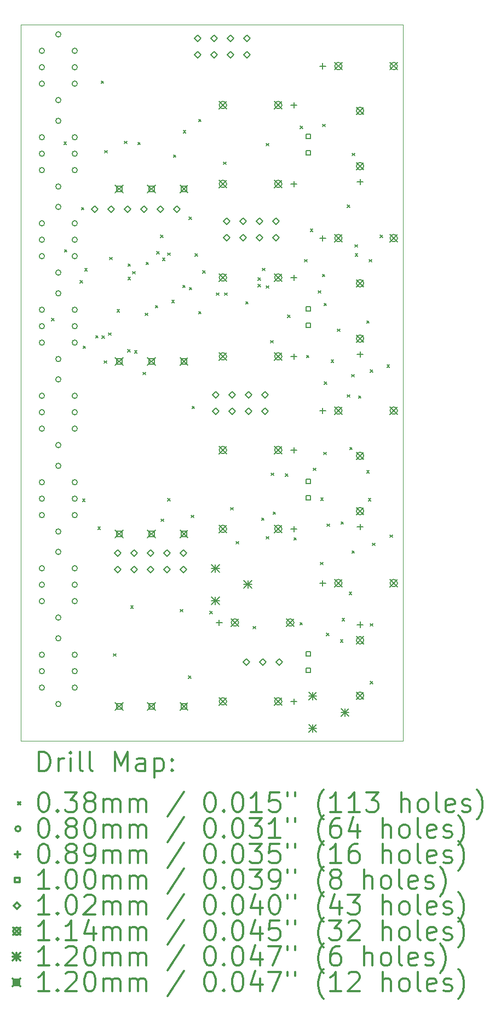
<source format=gbr>
%FSLAX45Y45*%
G04 Gerber Fmt 4.5, Leading zero omitted, Abs format (unit mm)*
G04 Created by KiCad (PCBNEW (6.0.0-rc1-dev-1542-gf9f87b3ff-dirty)) date Monday, 04 February 2019 at 09:30:56*
%MOMM*%
%LPD*%
G04 APERTURE LIST*
%ADD10C,0.100000*%
%ADD11C,0.200000*%
%ADD12C,0.300000*%
G04 APERTURE END LIST*
D10*
X0Y0D02*
X5908040Y0D01*
X0Y0D02*
X0Y11074400D01*
X5908040Y11074400D02*
X5908040Y0D01*
X0Y11074400D02*
X5908040Y11074400D01*
D11*
X476250Y6534150D02*
X514350Y6496050D01*
X514350Y6534150D02*
X476250Y6496050D01*
X665560Y9256930D02*
X703660Y9218830D01*
X703660Y9256930D02*
X665560Y9218830D01*
X672970Y7595770D02*
X711070Y7557670D01*
X711070Y7595770D02*
X672970Y7557670D01*
X915670Y7118350D02*
X953770Y7080250D01*
X953770Y7118350D02*
X915670Y7080250D01*
X937550Y8246840D02*
X975650Y8208740D01*
X975650Y8246840D02*
X937550Y8208740D01*
X953990Y3737010D02*
X992090Y3698910D01*
X992090Y3737010D02*
X953990Y3698910D01*
X960390Y6104630D02*
X998490Y6066530D01*
X998490Y6104630D02*
X960390Y6066530D01*
X986790Y7301230D02*
X1024890Y7263130D01*
X1024890Y7301230D02*
X986790Y7263130D01*
X1155630Y6264060D02*
X1193730Y6225960D01*
X1193730Y6264060D02*
X1155630Y6225960D01*
X1189580Y3305440D02*
X1227680Y3267340D01*
X1227680Y3305440D02*
X1189580Y3267340D01*
X1243800Y10202350D02*
X1281900Y10164250D01*
X1281900Y10202350D02*
X1243800Y10164250D01*
X1253610Y6259880D02*
X1291710Y6221780D01*
X1291710Y6259880D02*
X1253610Y6221780D01*
X1289390Y5876800D02*
X1327490Y5838700D01*
X1327490Y5876800D02*
X1289390Y5838700D01*
X1296670Y9127490D02*
X1334770Y9089390D01*
X1334770Y9127490D02*
X1296670Y9089390D01*
X1356560Y6307720D02*
X1394660Y6269620D01*
X1394660Y6307720D02*
X1356560Y6269620D01*
X1372870Y7476490D02*
X1410970Y7438390D01*
X1410970Y7476490D02*
X1372870Y7438390D01*
X1430500Y1348050D02*
X1468600Y1309950D01*
X1468600Y1348050D02*
X1430500Y1309950D01*
X1488710Y6667340D02*
X1526810Y6629240D01*
X1526810Y6667340D02*
X1488710Y6629240D01*
X1601470Y9272270D02*
X1639570Y9234170D01*
X1639570Y9272270D02*
X1601470Y9234170D01*
X1653150Y6051630D02*
X1691250Y6013530D01*
X1691250Y6051630D02*
X1653150Y6013530D01*
X1656020Y7168560D02*
X1694120Y7130460D01*
X1694120Y7168560D02*
X1656020Y7130460D01*
X1656604Y7374638D02*
X1694704Y7336538D01*
X1694704Y7374638D02*
X1656604Y7336538D01*
X1700970Y2085530D02*
X1739070Y2047430D01*
X1739070Y2085530D02*
X1700970Y2047430D01*
X1729820Y7256120D02*
X1767920Y7218020D01*
X1767920Y7256120D02*
X1729820Y7218020D01*
X1756320Y6031410D02*
X1794420Y5993310D01*
X1794420Y6031410D02*
X1756320Y5993310D01*
X1807210Y9254490D02*
X1845310Y9216390D01*
X1845310Y9254490D02*
X1807210Y9216390D01*
X1890260Y5699170D02*
X1928360Y5661070D01*
X1928360Y5699170D02*
X1890260Y5661070D01*
X1922150Y6614610D02*
X1960250Y6576510D01*
X1960250Y6614610D02*
X1922150Y6576510D01*
X1936720Y7401950D02*
X1974820Y7363850D01*
X1974820Y7401950D02*
X1936720Y7363850D01*
X2078970Y6729890D02*
X2117070Y6691790D01*
X2117070Y6729890D02*
X2078970Y6691790D01*
X2102852Y7566531D02*
X2140952Y7528431D01*
X2140952Y7566531D02*
X2102852Y7528431D01*
X2162150Y7817190D02*
X2200250Y7779090D01*
X2200250Y7817190D02*
X2162150Y7779090D01*
X2169230Y3427280D02*
X2207330Y3389180D01*
X2207330Y3427280D02*
X2169230Y3389180D01*
X2191359Y7462798D02*
X2229459Y7424698D01*
X2229459Y7462798D02*
X2191359Y7424698D01*
X2268400Y7545010D02*
X2306500Y7506910D01*
X2306500Y7545010D02*
X2268400Y7506910D01*
X2271270Y3747780D02*
X2309370Y3709680D01*
X2309370Y3747780D02*
X2271270Y3709680D01*
X2331950Y6813160D02*
X2370050Y6775060D01*
X2370050Y6813160D02*
X2331950Y6775060D01*
X2358860Y9059480D02*
X2396960Y9021380D01*
X2396960Y9059480D02*
X2358860Y9021380D01*
X2464660Y2032570D02*
X2502760Y1994470D01*
X2502760Y2032570D02*
X2464660Y1994470D01*
X2504800Y7043660D02*
X2542900Y7005560D01*
X2542900Y7043660D02*
X2504800Y7005560D01*
X2511690Y9435030D02*
X2549790Y9396930D01*
X2549790Y9435030D02*
X2511690Y9396930D01*
X2591440Y1003260D02*
X2629540Y965160D01*
X2629540Y1003260D02*
X2591440Y965160D01*
X2599070Y8100490D02*
X2637170Y8062390D01*
X2637170Y8100490D02*
X2599070Y8062390D01*
X2606560Y7011790D02*
X2644660Y6973690D01*
X2644660Y7011790D02*
X2606560Y6973690D01*
X2635350Y3490430D02*
X2673450Y3452330D01*
X2673450Y3490430D02*
X2635350Y3452330D01*
X2647650Y5175000D02*
X2685750Y5136900D01*
X2685750Y5175000D02*
X2647650Y5136900D01*
X2695500Y7531060D02*
X2733600Y7492960D01*
X2733600Y7531060D02*
X2695500Y7492960D01*
X2749550Y9610620D02*
X2787650Y9572520D01*
X2787650Y9610620D02*
X2749550Y9572520D01*
X2750690Y6640060D02*
X2788790Y6601960D01*
X2788790Y6640060D02*
X2750690Y6601960D01*
X2813050Y7267370D02*
X2851150Y7229270D01*
X2851150Y7267370D02*
X2813050Y7229270D01*
X2921980Y2003290D02*
X2960080Y1965190D01*
X2960080Y2003290D02*
X2921980Y1965190D01*
X3022320Y6923930D02*
X3060420Y6885830D01*
X3060420Y6923930D02*
X3022320Y6885830D01*
X3135470Y8951460D02*
X3173570Y8913360D01*
X3173570Y8951460D02*
X3135470Y8913360D01*
X3151110Y6924050D02*
X3189210Y6885950D01*
X3189210Y6924050D02*
X3151110Y6885950D01*
X3246020Y3606550D02*
X3284120Y3568450D01*
X3284120Y3606550D02*
X3246020Y3568450D01*
X3327120Y3083480D02*
X3365220Y3045380D01*
X3365220Y3083480D02*
X3327120Y3045380D01*
X3477170Y6792620D02*
X3515270Y6754520D01*
X3515270Y6792620D02*
X3477170Y6754520D01*
X3591560Y1768490D02*
X3629660Y1730390D01*
X3629660Y1768490D02*
X3591560Y1730390D01*
X3666190Y7156820D02*
X3704290Y7118720D01*
X3704290Y7156820D02*
X3666190Y7118720D01*
X3669460Y7056010D02*
X3707560Y7017910D01*
X3707560Y7056010D02*
X3669460Y7017910D01*
X3723390Y3444330D02*
X3761490Y3406230D01*
X3761490Y3444330D02*
X3723390Y3406230D01*
X3734120Y7307790D02*
X3772220Y7269690D01*
X3772220Y7307790D02*
X3734120Y7269690D01*
X3793320Y9236390D02*
X3831420Y9198290D01*
X3831420Y9236390D02*
X3793320Y9198290D01*
X3793400Y3160140D02*
X3831500Y3122040D01*
X3831500Y3160140D02*
X3793400Y3122040D01*
X3795640Y7035640D02*
X3833740Y6997540D01*
X3833740Y7035640D02*
X3795640Y6997540D01*
X3862520Y6190420D02*
X3900620Y6152320D01*
X3900620Y6190420D02*
X3862520Y6152320D01*
X3870740Y4142180D02*
X3908840Y4104080D01*
X3908840Y4142180D02*
X3870740Y4104080D01*
X3901530Y3537690D02*
X3939630Y3499590D01*
X3939630Y3537690D02*
X3901530Y3499590D01*
X4089410Y4126390D02*
X4127510Y4088290D01*
X4127510Y4126390D02*
X4089410Y4088290D01*
X4126170Y6581860D02*
X4164270Y6543760D01*
X4164270Y6581860D02*
X4126170Y6543760D01*
X4222590Y3140370D02*
X4260690Y3102270D01*
X4260690Y3140370D02*
X4222590Y3102270D01*
X4315260Y1829690D02*
X4353360Y1791590D01*
X4353360Y1829690D02*
X4315260Y1791590D01*
X4320640Y9503030D02*
X4358740Y9464930D01*
X4358740Y9503030D02*
X4320640Y9464930D01*
X4387150Y7444140D02*
X4425250Y7406040D01*
X4425250Y7444140D02*
X4387150Y7406040D01*
X4414950Y5962430D02*
X4453050Y5924330D01*
X4453050Y5962430D02*
X4414950Y5924330D01*
X4477480Y7914290D02*
X4515580Y7876190D01*
X4515580Y7914290D02*
X4477480Y7876190D01*
X4524370Y4217070D02*
X4562470Y4178970D01*
X4562470Y4217070D02*
X4524370Y4178970D01*
X4597650Y6960180D02*
X4635750Y6922080D01*
X4635750Y6960180D02*
X4597650Y6922080D01*
X4633450Y2761260D02*
X4671550Y2723160D01*
X4671550Y2761260D02*
X4633450Y2723160D01*
X4634880Y3755940D02*
X4672980Y3717840D01*
X4672980Y3755940D02*
X4634880Y3717840D01*
X4662870Y7215770D02*
X4700970Y7177670D01*
X4700970Y7215770D02*
X4662870Y7177670D01*
X4666620Y9534090D02*
X4704720Y9495990D01*
X4704720Y9534090D02*
X4666620Y9495990D01*
X4683960Y4460980D02*
X4722060Y4422880D01*
X4722060Y4460980D02*
X4683960Y4422880D01*
X4689340Y6766180D02*
X4727440Y6728080D01*
X4727440Y6766180D02*
X4689340Y6728080D01*
X4690480Y5551000D02*
X4728580Y5512900D01*
X4728580Y5551000D02*
X4690480Y5512900D01*
X4724420Y1662740D02*
X4762520Y1624640D01*
X4762520Y1662740D02*
X4724420Y1624640D01*
X4733640Y3351560D02*
X4771740Y3313460D01*
X4771740Y3351560D02*
X4733640Y3313460D01*
X4799330Y5890710D02*
X4837430Y5852610D01*
X4837430Y5890710D02*
X4799330Y5852610D01*
X4894330Y6367610D02*
X4932430Y6329510D01*
X4932430Y6367610D02*
X4894330Y6329510D01*
X4940250Y1562470D02*
X4978350Y1524370D01*
X4978350Y1562470D02*
X4940250Y1524370D01*
X4950890Y3387590D02*
X4988990Y3349490D01*
X4988990Y3387590D02*
X4950890Y3349490D01*
X4966030Y1893710D02*
X5004130Y1855610D01*
X5004130Y1893710D02*
X4966030Y1855610D01*
X5047280Y8285030D02*
X5085380Y8246930D01*
X5085380Y8285030D02*
X5047280Y8246930D01*
X5048310Y5352620D02*
X5086410Y5314520D01*
X5086410Y5352620D02*
X5048310Y5314520D01*
X5078780Y2300020D02*
X5116880Y2261920D01*
X5116880Y2300020D02*
X5078780Y2261920D01*
X5085240Y4540090D02*
X5123340Y4501990D01*
X5123340Y4540090D02*
X5085240Y4501990D01*
X5114080Y5663280D02*
X5152180Y5625180D01*
X5152180Y5663280D02*
X5114080Y5625180D01*
X5120900Y2936730D02*
X5159000Y2898630D01*
X5159000Y2936730D02*
X5120900Y2898630D01*
X5124240Y9084300D02*
X5162340Y9046200D01*
X5162340Y9084300D02*
X5124240Y9046200D01*
X5165700Y7670720D02*
X5203800Y7632620D01*
X5203800Y7670720D02*
X5165700Y7632620D01*
X5168420Y7531140D02*
X5206520Y7493040D01*
X5206520Y7531140D02*
X5168420Y7493040D01*
X5219740Y5336200D02*
X5257840Y5298100D01*
X5257840Y5336200D02*
X5219740Y5298100D01*
X5349690Y6494480D02*
X5387790Y6456380D01*
X5387790Y6494480D02*
X5349690Y6456380D01*
X5350170Y4179630D02*
X5388270Y4141530D01*
X5388270Y4179630D02*
X5350170Y4141530D01*
X5375040Y3745590D02*
X5413140Y3707490D01*
X5413140Y3745590D02*
X5375040Y3707490D01*
X5385770Y7443420D02*
X5423870Y7405320D01*
X5423870Y7443420D02*
X5385770Y7405320D01*
X5402300Y916910D02*
X5440400Y878810D01*
X5440400Y916910D02*
X5402300Y878810D01*
X5402350Y1813320D02*
X5440450Y1775220D01*
X5440450Y1813320D02*
X5402350Y1775220D01*
X5403820Y5735270D02*
X5441920Y5697170D01*
X5441920Y5735270D02*
X5403820Y5697170D01*
X5438090Y3057740D02*
X5476190Y3019640D01*
X5476190Y3057740D02*
X5438090Y3019640D01*
X5555850Y7817560D02*
X5593950Y7779460D01*
X5593950Y7817560D02*
X5555850Y7779460D01*
X5662770Y5811280D02*
X5700870Y5773180D01*
X5700870Y5811280D02*
X5662770Y5773180D01*
X5707230Y3183900D02*
X5745330Y3145800D01*
X5745330Y3183900D02*
X5707230Y3145800D01*
X365120Y2667000D02*
G75*
G03X365120Y2667000I-40000J0D01*
G01*
X365120Y2413000D02*
G75*
G03X365120Y2413000I-40000J0D01*
G01*
X365120Y2159000D02*
G75*
G03X365120Y2159000I-40000J0D01*
G01*
X619120Y2921000D02*
G75*
G03X619120Y2921000I-40000J0D01*
G01*
X619120Y1905000D02*
G75*
G03X619120Y1905000I-40000J0D01*
G01*
X873120Y2667000D02*
G75*
G03X873120Y2667000I-40000J0D01*
G01*
X873120Y2413000D02*
G75*
G03X873120Y2413000I-40000J0D01*
G01*
X873120Y2159000D02*
G75*
G03X873120Y2159000I-40000J0D01*
G01*
X365120Y5334000D02*
G75*
G03X365120Y5334000I-40000J0D01*
G01*
X365120Y5080000D02*
G75*
G03X365120Y5080000I-40000J0D01*
G01*
X365120Y4826000D02*
G75*
G03X365120Y4826000I-40000J0D01*
G01*
X619120Y5588000D02*
G75*
G03X619120Y5588000I-40000J0D01*
G01*
X619120Y4572000D02*
G75*
G03X619120Y4572000I-40000J0D01*
G01*
X873120Y5334000D02*
G75*
G03X873120Y5334000I-40000J0D01*
G01*
X873120Y5080000D02*
G75*
G03X873120Y5080000I-40000J0D01*
G01*
X873120Y4826000D02*
G75*
G03X873120Y4826000I-40000J0D01*
G01*
X365120Y8001000D02*
G75*
G03X365120Y8001000I-40000J0D01*
G01*
X365120Y7747000D02*
G75*
G03X365120Y7747000I-40000J0D01*
G01*
X365120Y7493000D02*
G75*
G03X365120Y7493000I-40000J0D01*
G01*
X619120Y8255000D02*
G75*
G03X619120Y8255000I-40000J0D01*
G01*
X619120Y7239000D02*
G75*
G03X619120Y7239000I-40000J0D01*
G01*
X873120Y8001000D02*
G75*
G03X873120Y8001000I-40000J0D01*
G01*
X873120Y7747000D02*
G75*
G03X873120Y7747000I-40000J0D01*
G01*
X873120Y7493000D02*
G75*
G03X873120Y7493000I-40000J0D01*
G01*
X365120Y6664960D02*
G75*
G03X365120Y6664960I-40000J0D01*
G01*
X365120Y6410960D02*
G75*
G03X365120Y6410960I-40000J0D01*
G01*
X365120Y6156960D02*
G75*
G03X365120Y6156960I-40000J0D01*
G01*
X619120Y6918960D02*
G75*
G03X619120Y6918960I-40000J0D01*
G01*
X619120Y5902960D02*
G75*
G03X619120Y5902960I-40000J0D01*
G01*
X873120Y6664960D02*
G75*
G03X873120Y6664960I-40000J0D01*
G01*
X873120Y6410960D02*
G75*
G03X873120Y6410960I-40000J0D01*
G01*
X873120Y6156960D02*
G75*
G03X873120Y6156960I-40000J0D01*
G01*
X365120Y10668000D02*
G75*
G03X365120Y10668000I-40000J0D01*
G01*
X365120Y10414000D02*
G75*
G03X365120Y10414000I-40000J0D01*
G01*
X365120Y10160000D02*
G75*
G03X365120Y10160000I-40000J0D01*
G01*
X619120Y10922000D02*
G75*
G03X619120Y10922000I-40000J0D01*
G01*
X619120Y9906000D02*
G75*
G03X619120Y9906000I-40000J0D01*
G01*
X873120Y10668000D02*
G75*
G03X873120Y10668000I-40000J0D01*
G01*
X873120Y10414000D02*
G75*
G03X873120Y10414000I-40000J0D01*
G01*
X873120Y10160000D02*
G75*
G03X873120Y10160000I-40000J0D01*
G01*
X365120Y9331960D02*
G75*
G03X365120Y9331960I-40000J0D01*
G01*
X365120Y9077960D02*
G75*
G03X365120Y9077960I-40000J0D01*
G01*
X365120Y8823960D02*
G75*
G03X365120Y8823960I-40000J0D01*
G01*
X619120Y9585960D02*
G75*
G03X619120Y9585960I-40000J0D01*
G01*
X619120Y8569960D02*
G75*
G03X619120Y8569960I-40000J0D01*
G01*
X873120Y9331960D02*
G75*
G03X873120Y9331960I-40000J0D01*
G01*
X873120Y9077960D02*
G75*
G03X873120Y9077960I-40000J0D01*
G01*
X873120Y8823960D02*
G75*
G03X873120Y8823960I-40000J0D01*
G01*
X365120Y1331000D02*
G75*
G03X365120Y1331000I-40000J0D01*
G01*
X365120Y1077000D02*
G75*
G03X365120Y1077000I-40000J0D01*
G01*
X365120Y823000D02*
G75*
G03X365120Y823000I-40000J0D01*
G01*
X619120Y1585000D02*
G75*
G03X619120Y1585000I-40000J0D01*
G01*
X619120Y569000D02*
G75*
G03X619120Y569000I-40000J0D01*
G01*
X873120Y1331000D02*
G75*
G03X873120Y1331000I-40000J0D01*
G01*
X873120Y1077000D02*
G75*
G03X873120Y1077000I-40000J0D01*
G01*
X873120Y823000D02*
G75*
G03X873120Y823000I-40000J0D01*
G01*
X365120Y3998000D02*
G75*
G03X365120Y3998000I-40000J0D01*
G01*
X365120Y3744000D02*
G75*
G03X365120Y3744000I-40000J0D01*
G01*
X365120Y3490000D02*
G75*
G03X365120Y3490000I-40000J0D01*
G01*
X619120Y4252000D02*
G75*
G03X619120Y4252000I-40000J0D01*
G01*
X619120Y3236000D02*
G75*
G03X619120Y3236000I-40000J0D01*
G01*
X873120Y3998000D02*
G75*
G03X873120Y3998000I-40000J0D01*
G01*
X873120Y3744000D02*
G75*
G03X873120Y3744000I-40000J0D01*
G01*
X873120Y3490000D02*
G75*
G03X873120Y3490000I-40000J0D01*
G01*
X5245100Y8688070D02*
X5245100Y8599170D01*
X5200650Y8643620D02*
X5289550Y8643620D01*
X5245100Y6021070D02*
X5245100Y5932170D01*
X5200650Y5976620D02*
X5289550Y5976620D01*
X5245100Y3354070D02*
X5245100Y3265170D01*
X5200650Y3309620D02*
X5289550Y3309620D01*
X5245100Y1840230D02*
X5245100Y1751330D01*
X5200650Y1795780D02*
X5289550Y1795780D01*
X4668520Y10476230D02*
X4668520Y10387330D01*
X4624070Y10431780D02*
X4712970Y10431780D01*
X4668520Y7816850D02*
X4668520Y7727950D01*
X4624070Y7772400D02*
X4712970Y7772400D01*
X4668520Y5149850D02*
X4668520Y5060950D01*
X4624070Y5105400D02*
X4712970Y5105400D01*
X4668520Y2482850D02*
X4668520Y2393950D01*
X4624070Y2438400D02*
X4712970Y2438400D01*
X4221480Y8655050D02*
X4221480Y8566150D01*
X4177030Y8610600D02*
X4265930Y8610600D01*
X4221480Y5988050D02*
X4221480Y5899150D01*
X4177030Y5943600D02*
X4265930Y5943600D01*
X4221480Y3321050D02*
X4221480Y3232150D01*
X4177030Y3276600D02*
X4265930Y3276600D01*
X4221480Y654050D02*
X4221480Y565150D01*
X4177030Y609600D02*
X4265930Y609600D01*
X4221480Y9874250D02*
X4221480Y9785350D01*
X4177030Y9829800D02*
X4265930Y9829800D01*
X4221480Y7207250D02*
X4221480Y7118350D01*
X4177030Y7162800D02*
X4265930Y7162800D01*
X4221480Y4540250D02*
X4221480Y4451350D01*
X4177030Y4495800D02*
X4265930Y4495800D01*
X3068320Y1873250D02*
X3068320Y1784350D01*
X3023870Y1828800D02*
X3112770Y1828800D01*
X4480383Y3977817D02*
X4480383Y4048582D01*
X4409618Y4048582D01*
X4409618Y3977817D01*
X4480383Y3977817D01*
X4480383Y3723817D02*
X4480383Y3794582D01*
X4409618Y3794582D01*
X4409618Y3723817D01*
X4480383Y3723817D01*
X4480383Y1310818D02*
X4480383Y1381583D01*
X4409618Y1381583D01*
X4409618Y1310818D01*
X4480383Y1310818D01*
X4480383Y1056818D02*
X4480383Y1127583D01*
X4409618Y1127583D01*
X4409618Y1056818D01*
X4480383Y1056818D01*
X4480383Y9311818D02*
X4480383Y9382583D01*
X4409618Y9382583D01*
X4409618Y9311818D01*
X4480383Y9311818D01*
X4480383Y9057818D02*
X4480383Y9128583D01*
X4409618Y9128583D01*
X4409618Y9057818D01*
X4480383Y9057818D01*
X4480383Y6644817D02*
X4480383Y6715582D01*
X4409618Y6715582D01*
X4409618Y6644817D01*
X4480383Y6644817D01*
X4480383Y6390817D02*
X4480383Y6461582D01*
X4409618Y6461582D01*
X4409618Y6390817D01*
X4480383Y6390817D01*
X3483610Y1167100D02*
X3534410Y1217900D01*
X3483610Y1268700D01*
X3432810Y1217900D01*
X3483610Y1167100D01*
X3737610Y1167100D02*
X3788410Y1217900D01*
X3737610Y1268700D01*
X3686810Y1217900D01*
X3737610Y1167100D01*
X3991610Y1167100D02*
X4042410Y1217900D01*
X3991610Y1268700D01*
X3940810Y1217900D01*
X3991610Y1167100D01*
X2731770Y10810240D02*
X2782570Y10861040D01*
X2731770Y10911840D01*
X2680970Y10861040D01*
X2731770Y10810240D01*
X2731770Y10556240D02*
X2782570Y10607040D01*
X2731770Y10657840D01*
X2680970Y10607040D01*
X2731770Y10556240D01*
X2985770Y10810240D02*
X3036570Y10861040D01*
X2985770Y10911840D01*
X2934970Y10861040D01*
X2985770Y10810240D01*
X2985770Y10556240D02*
X3036570Y10607040D01*
X2985770Y10657840D01*
X2934970Y10607040D01*
X2985770Y10556240D01*
X3239770Y10810240D02*
X3290570Y10861040D01*
X3239770Y10911840D01*
X3188970Y10861040D01*
X3239770Y10810240D01*
X3239770Y10556240D02*
X3290570Y10607040D01*
X3239770Y10657840D01*
X3188970Y10607040D01*
X3239770Y10556240D01*
X3493770Y10810240D02*
X3544570Y10861040D01*
X3493770Y10911840D01*
X3442970Y10861040D01*
X3493770Y10810240D01*
X3493770Y10556240D02*
X3544570Y10607040D01*
X3493770Y10657840D01*
X3442970Y10607040D01*
X3493770Y10556240D01*
X1498600Y2847300D02*
X1549400Y2898100D01*
X1498600Y2948900D01*
X1447800Y2898100D01*
X1498600Y2847300D01*
X1498600Y2593300D02*
X1549400Y2644100D01*
X1498600Y2694900D01*
X1447800Y2644100D01*
X1498600Y2593300D01*
X1752600Y2847300D02*
X1803400Y2898100D01*
X1752600Y2948900D01*
X1701800Y2898100D01*
X1752600Y2847300D01*
X1752600Y2593300D02*
X1803400Y2644100D01*
X1752600Y2694900D01*
X1701800Y2644100D01*
X1752600Y2593300D01*
X2006600Y2847300D02*
X2057400Y2898100D01*
X2006600Y2948900D01*
X1955800Y2898100D01*
X2006600Y2847300D01*
X2006600Y2593300D02*
X2057400Y2644100D01*
X2006600Y2694900D01*
X1955800Y2644100D01*
X2006600Y2593300D01*
X2260600Y2847300D02*
X2311400Y2898100D01*
X2260600Y2948900D01*
X2209800Y2898100D01*
X2260600Y2847300D01*
X2260600Y2593300D02*
X2311400Y2644100D01*
X2260600Y2694900D01*
X2209800Y2644100D01*
X2260600Y2593300D01*
X2514600Y2847300D02*
X2565400Y2898100D01*
X2514600Y2948900D01*
X2463800Y2898100D01*
X2514600Y2847300D01*
X2514600Y2593300D02*
X2565400Y2644100D01*
X2514600Y2694900D01*
X2463800Y2644100D01*
X2514600Y2593300D01*
X1140460Y8171180D02*
X1191260Y8221980D01*
X1140460Y8272780D01*
X1089660Y8221980D01*
X1140460Y8171180D01*
X1394460Y8171180D02*
X1445260Y8221980D01*
X1394460Y8272780D01*
X1343660Y8221980D01*
X1394460Y8171180D01*
X1648460Y8171180D02*
X1699260Y8221980D01*
X1648460Y8272780D01*
X1597660Y8221980D01*
X1648460Y8171180D01*
X1902460Y8171180D02*
X1953260Y8221980D01*
X1902460Y8272780D01*
X1851660Y8221980D01*
X1902460Y8171180D01*
X2156460Y8171180D02*
X2207260Y8221980D01*
X2156460Y8272780D01*
X2105660Y8221980D01*
X2156460Y8171180D01*
X2410460Y8171180D02*
X2461260Y8221980D01*
X2410460Y8272780D01*
X2359660Y8221980D01*
X2410460Y8171180D01*
X3182020Y7984160D02*
X3232820Y8034960D01*
X3182020Y8085760D01*
X3131220Y8034960D01*
X3182020Y7984160D01*
X3182020Y7730160D02*
X3232820Y7780960D01*
X3182020Y7831760D01*
X3131220Y7780960D01*
X3182020Y7730160D01*
X3436020Y7984160D02*
X3486820Y8034960D01*
X3436020Y8085760D01*
X3385220Y8034960D01*
X3436020Y7984160D01*
X3436020Y7730160D02*
X3486820Y7780960D01*
X3436020Y7831760D01*
X3385220Y7780960D01*
X3436020Y7730160D01*
X3690020Y7984160D02*
X3740820Y8034960D01*
X3690020Y8085760D01*
X3639220Y8034960D01*
X3690020Y7984160D01*
X3690020Y7730160D02*
X3740820Y7780960D01*
X3690020Y7831760D01*
X3639220Y7780960D01*
X3690020Y7730160D01*
X3944020Y7984160D02*
X3994820Y8034960D01*
X3944020Y8085760D01*
X3893220Y8034960D01*
X3944020Y7984160D01*
X3944020Y7730160D02*
X3994820Y7780960D01*
X3944020Y7831760D01*
X3893220Y7780960D01*
X3944020Y7730160D01*
X3016080Y5302470D02*
X3066880Y5353270D01*
X3016080Y5404070D01*
X2965280Y5353270D01*
X3016080Y5302470D01*
X3016080Y5048470D02*
X3066880Y5099270D01*
X3016080Y5150070D01*
X2965280Y5099270D01*
X3016080Y5048470D01*
X3270080Y5302470D02*
X3320880Y5353270D01*
X3270080Y5404070D01*
X3219280Y5353270D01*
X3270080Y5302470D01*
X3270080Y5048470D02*
X3320880Y5099270D01*
X3270080Y5150070D01*
X3219280Y5099270D01*
X3270080Y5048470D01*
X3524080Y5302470D02*
X3574880Y5353270D01*
X3524080Y5404070D01*
X3473280Y5353270D01*
X3524080Y5302470D01*
X3524080Y5048470D02*
X3574880Y5099270D01*
X3524080Y5150070D01*
X3473280Y5099270D01*
X3524080Y5048470D01*
X3778080Y5302470D02*
X3828880Y5353270D01*
X3778080Y5404070D01*
X3727280Y5353270D01*
X3778080Y5302470D01*
X3778080Y5048470D02*
X3828880Y5099270D01*
X3778080Y5150070D01*
X3727280Y5099270D01*
X3778080Y5048470D01*
X5187950Y9798050D02*
X5302250Y9683750D01*
X5302250Y9798050D02*
X5187950Y9683750D01*
X5302250Y9740900D02*
G75*
G03X5302250Y9740900I-57150J0D01*
G01*
X5187950Y8942070D02*
X5302250Y8827770D01*
X5302250Y8942070D02*
X5187950Y8827770D01*
X5302250Y8884920D02*
G75*
G03X5302250Y8884920I-57150J0D01*
G01*
X5187950Y7131050D02*
X5302250Y7016750D01*
X5302250Y7131050D02*
X5187950Y7016750D01*
X5302250Y7073900D02*
G75*
G03X5302250Y7073900I-57150J0D01*
G01*
X5187950Y6275070D02*
X5302250Y6160770D01*
X5302250Y6275070D02*
X5187950Y6160770D01*
X5302250Y6217920D02*
G75*
G03X5302250Y6217920I-57150J0D01*
G01*
X5187950Y4464050D02*
X5302250Y4349750D01*
X5302250Y4464050D02*
X5187950Y4349750D01*
X5302250Y4406900D02*
G75*
G03X5302250Y4406900I-57150J0D01*
G01*
X5187950Y3608070D02*
X5302250Y3493770D01*
X5302250Y3608070D02*
X5187950Y3493770D01*
X5302250Y3550920D02*
G75*
G03X5302250Y3550920I-57150J0D01*
G01*
X5187950Y1611630D02*
X5302250Y1497330D01*
X5302250Y1611630D02*
X5187950Y1497330D01*
X5302250Y1554480D02*
G75*
G03X5302250Y1554480I-57150J0D01*
G01*
X5187950Y755650D02*
X5302250Y641350D01*
X5302250Y755650D02*
X5187950Y641350D01*
X5302250Y698500D02*
G75*
G03X5302250Y698500I-57150J0D01*
G01*
X4852670Y10488930D02*
X4966970Y10374630D01*
X4966970Y10488930D02*
X4852670Y10374630D01*
X4966970Y10431780D02*
G75*
G03X4966970Y10431780I-57150J0D01*
G01*
X5708650Y10488930D02*
X5822950Y10374630D01*
X5822950Y10488930D02*
X5708650Y10374630D01*
X5822950Y10431780D02*
G75*
G03X5822950Y10431780I-57150J0D01*
G01*
X4852670Y7829550D02*
X4966970Y7715250D01*
X4966970Y7829550D02*
X4852670Y7715250D01*
X4966970Y7772400D02*
G75*
G03X4966970Y7772400I-57150J0D01*
G01*
X5708650Y7829550D02*
X5822950Y7715250D01*
X5822950Y7829550D02*
X5708650Y7715250D01*
X5822950Y7772400D02*
G75*
G03X5822950Y7772400I-57150J0D01*
G01*
X4852670Y5162550D02*
X4966970Y5048250D01*
X4966970Y5162550D02*
X4852670Y5048250D01*
X4966970Y5105400D02*
G75*
G03X4966970Y5105400I-57150J0D01*
G01*
X5708650Y5162550D02*
X5822950Y5048250D01*
X5822950Y5162550D02*
X5708650Y5048250D01*
X5822950Y5105400D02*
G75*
G03X5822950Y5105400I-57150J0D01*
G01*
X4852670Y2495550D02*
X4966970Y2381250D01*
X4966970Y2495550D02*
X4852670Y2381250D01*
X4966970Y2438400D02*
G75*
G03X4966970Y2438400I-57150J0D01*
G01*
X5708650Y2495550D02*
X5822950Y2381250D01*
X5822950Y2495550D02*
X5708650Y2381250D01*
X5822950Y2438400D02*
G75*
G03X5822950Y2438400I-57150J0D01*
G01*
X3067050Y8667750D02*
X3181350Y8553450D01*
X3181350Y8667750D02*
X3067050Y8553450D01*
X3181350Y8610600D02*
G75*
G03X3181350Y8610600I-57150J0D01*
G01*
X3923030Y8667750D02*
X4037330Y8553450D01*
X4037330Y8667750D02*
X3923030Y8553450D01*
X4037330Y8610600D02*
G75*
G03X4037330Y8610600I-57150J0D01*
G01*
X3067050Y6000750D02*
X3181350Y5886450D01*
X3181350Y6000750D02*
X3067050Y5886450D01*
X3181350Y5943600D02*
G75*
G03X3181350Y5943600I-57150J0D01*
G01*
X3923030Y6000750D02*
X4037330Y5886450D01*
X4037330Y6000750D02*
X3923030Y5886450D01*
X4037330Y5943600D02*
G75*
G03X4037330Y5943600I-57150J0D01*
G01*
X3067050Y3333750D02*
X3181350Y3219450D01*
X3181350Y3333750D02*
X3067050Y3219450D01*
X3181350Y3276600D02*
G75*
G03X3181350Y3276600I-57150J0D01*
G01*
X3923030Y3333750D02*
X4037330Y3219450D01*
X4037330Y3333750D02*
X3923030Y3219450D01*
X4037330Y3276600D02*
G75*
G03X4037330Y3276600I-57150J0D01*
G01*
X3067050Y666750D02*
X3181350Y552450D01*
X3181350Y666750D02*
X3067050Y552450D01*
X3181350Y609600D02*
G75*
G03X3181350Y609600I-57150J0D01*
G01*
X3923030Y666750D02*
X4037330Y552450D01*
X4037330Y666750D02*
X3923030Y552450D01*
X4037330Y609600D02*
G75*
G03X4037330Y609600I-57150J0D01*
G01*
X3067050Y9886950D02*
X3181350Y9772650D01*
X3181350Y9886950D02*
X3067050Y9772650D01*
X3181350Y9829800D02*
G75*
G03X3181350Y9829800I-57150J0D01*
G01*
X3923030Y9886950D02*
X4037330Y9772650D01*
X4037330Y9886950D02*
X3923030Y9772650D01*
X4037330Y9829800D02*
G75*
G03X4037330Y9829800I-57150J0D01*
G01*
X3067050Y7219950D02*
X3181350Y7105650D01*
X3181350Y7219950D02*
X3067050Y7105650D01*
X3181350Y7162800D02*
G75*
G03X3181350Y7162800I-57150J0D01*
G01*
X3923030Y7219950D02*
X4037330Y7105650D01*
X4037330Y7219950D02*
X3923030Y7105650D01*
X4037330Y7162800D02*
G75*
G03X4037330Y7162800I-57150J0D01*
G01*
X3067050Y4552950D02*
X3181350Y4438650D01*
X3181350Y4552950D02*
X3067050Y4438650D01*
X3181350Y4495800D02*
G75*
G03X3181350Y4495800I-57150J0D01*
G01*
X3923030Y4552950D02*
X4037330Y4438650D01*
X4037330Y4552950D02*
X3923030Y4438650D01*
X4037330Y4495800D02*
G75*
G03X4037330Y4495800I-57150J0D01*
G01*
X3252470Y1885950D02*
X3366770Y1771650D01*
X3366770Y1885950D02*
X3252470Y1771650D01*
X3366770Y1828800D02*
G75*
G03X3366770Y1828800I-57150J0D01*
G01*
X4108450Y1885950D02*
X4222750Y1771650D01*
X4222750Y1885950D02*
X4108450Y1771650D01*
X4222750Y1828800D02*
G75*
G03X4222750Y1828800I-57150J0D01*
G01*
X4452876Y751844D02*
X4572764Y631956D01*
X4572764Y751844D02*
X4452876Y631956D01*
X4512820Y751844D02*
X4512820Y631956D01*
X4452876Y691900D02*
X4572764Y691900D01*
X4452876Y251972D02*
X4572764Y132084D01*
X4572764Y251972D02*
X4452876Y132084D01*
X4512820Y251972D02*
X4512820Y132084D01*
X4452876Y192028D02*
X4572764Y192028D01*
X4952748Y501908D02*
X5072636Y382020D01*
X5072636Y501908D02*
X4952748Y382020D01*
X5012692Y501908D02*
X5012692Y382020D01*
X4952748Y441964D02*
X5072636Y441964D01*
X2949196Y2727944D02*
X3069084Y2608056D01*
X3069084Y2727944D02*
X2949196Y2608056D01*
X3009140Y2727944D02*
X3009140Y2608056D01*
X2949196Y2668000D02*
X3069084Y2668000D01*
X2949196Y2228072D02*
X3069084Y2108184D01*
X3069084Y2228072D02*
X2949196Y2108184D01*
X3009140Y2228072D02*
X3009140Y2108184D01*
X2949196Y2168128D02*
X3069084Y2168128D01*
X3449068Y2478008D02*
X3568956Y2358120D01*
X3568956Y2478008D02*
X3449068Y2358120D01*
X3509012Y2478008D02*
X3509012Y2358120D01*
X3449068Y2418064D02*
X3568956Y2418064D01*
X1459300Y8594400D02*
X1579300Y8474400D01*
X1579300Y8594400D02*
X1459300Y8474400D01*
X1561727Y8491973D02*
X1561727Y8576827D01*
X1476873Y8576827D01*
X1476873Y8491973D01*
X1561727Y8491973D01*
X1959300Y8594400D02*
X2079300Y8474400D01*
X2079300Y8594400D02*
X1959300Y8474400D01*
X2061727Y8491973D02*
X2061727Y8576827D01*
X1976873Y8576827D01*
X1976873Y8491973D01*
X2061727Y8491973D01*
X2459300Y8594400D02*
X2579300Y8474400D01*
X2579300Y8594400D02*
X2459300Y8474400D01*
X2561727Y8491973D02*
X2561727Y8576827D01*
X2476873Y8576827D01*
X2476873Y8491973D01*
X2561727Y8491973D01*
X1459300Y5927400D02*
X1579300Y5807400D01*
X1579300Y5927400D02*
X1459300Y5807400D01*
X1561727Y5824973D02*
X1561727Y5909827D01*
X1476873Y5909827D01*
X1476873Y5824973D01*
X1561727Y5824973D01*
X1959300Y5927400D02*
X2079300Y5807400D01*
X2079300Y5927400D02*
X1959300Y5807400D01*
X2061727Y5824973D02*
X2061727Y5909827D01*
X1976873Y5909827D01*
X1976873Y5824973D01*
X2061727Y5824973D01*
X2459300Y5927400D02*
X2579300Y5807400D01*
X2579300Y5927400D02*
X2459300Y5807400D01*
X2561727Y5824973D02*
X2561727Y5909827D01*
X2476873Y5909827D01*
X2476873Y5824973D01*
X2561727Y5824973D01*
X1459300Y3260400D02*
X1579300Y3140400D01*
X1579300Y3260400D02*
X1459300Y3140400D01*
X1561727Y3157973D02*
X1561727Y3242827D01*
X1476873Y3242827D01*
X1476873Y3157973D01*
X1561727Y3157973D01*
X1959300Y3260400D02*
X2079300Y3140400D01*
X2079300Y3260400D02*
X1959300Y3140400D01*
X2061727Y3157973D02*
X2061727Y3242827D01*
X1976873Y3242827D01*
X1976873Y3157973D01*
X2061727Y3157973D01*
X2459300Y3260400D02*
X2579300Y3140400D01*
X2579300Y3260400D02*
X2459300Y3140400D01*
X2561727Y3157973D02*
X2561727Y3242827D01*
X2476873Y3242827D01*
X2476873Y3157973D01*
X2561727Y3157973D01*
X1459300Y593400D02*
X1579300Y473400D01*
X1579300Y593400D02*
X1459300Y473400D01*
X1561727Y490973D02*
X1561727Y575827D01*
X1476873Y575827D01*
X1476873Y490973D01*
X1561727Y490973D01*
X1959300Y593400D02*
X2079300Y473400D01*
X2079300Y593400D02*
X1959300Y473400D01*
X2061727Y490973D02*
X2061727Y575827D01*
X1976873Y575827D01*
X1976873Y490973D01*
X2061727Y490973D01*
X2459300Y593400D02*
X2579300Y473400D01*
X2579300Y593400D02*
X2459300Y473400D01*
X2561727Y490973D02*
X2561727Y575827D01*
X2476873Y575827D01*
X2476873Y490973D01*
X2561727Y490973D01*
D12*
X281428Y-470714D02*
X281428Y-170714D01*
X352857Y-170714D01*
X395714Y-185000D01*
X424286Y-213571D01*
X438571Y-242143D01*
X452857Y-299286D01*
X452857Y-342143D01*
X438571Y-399286D01*
X424286Y-427857D01*
X395714Y-456429D01*
X352857Y-470714D01*
X281428Y-470714D01*
X581428Y-470714D02*
X581428Y-270714D01*
X581428Y-327857D02*
X595714Y-299286D01*
X610000Y-285000D01*
X638571Y-270714D01*
X667143Y-270714D01*
X767143Y-470714D02*
X767143Y-270714D01*
X767143Y-170714D02*
X752857Y-185000D01*
X767143Y-199286D01*
X781428Y-185000D01*
X767143Y-170714D01*
X767143Y-199286D01*
X952857Y-470714D02*
X924286Y-456429D01*
X910000Y-427857D01*
X910000Y-170714D01*
X1110000Y-470714D02*
X1081428Y-456429D01*
X1067143Y-427857D01*
X1067143Y-170714D01*
X1452857Y-470714D02*
X1452857Y-170714D01*
X1552857Y-385000D01*
X1652857Y-170714D01*
X1652857Y-470714D01*
X1924286Y-470714D02*
X1924286Y-313572D01*
X1910000Y-285000D01*
X1881428Y-270714D01*
X1824286Y-270714D01*
X1795714Y-285000D01*
X1924286Y-456429D02*
X1895714Y-470714D01*
X1824286Y-470714D01*
X1795714Y-456429D01*
X1781428Y-427857D01*
X1781428Y-399286D01*
X1795714Y-370714D01*
X1824286Y-356429D01*
X1895714Y-356429D01*
X1924286Y-342143D01*
X2067143Y-270714D02*
X2067143Y-570714D01*
X2067143Y-285000D02*
X2095714Y-270714D01*
X2152857Y-270714D01*
X2181428Y-285000D01*
X2195714Y-299286D01*
X2210000Y-327857D01*
X2210000Y-413571D01*
X2195714Y-442143D01*
X2181428Y-456429D01*
X2152857Y-470714D01*
X2095714Y-470714D01*
X2067143Y-456429D01*
X2338571Y-442143D02*
X2352857Y-456429D01*
X2338571Y-470714D01*
X2324286Y-456429D01*
X2338571Y-442143D01*
X2338571Y-470714D01*
X2338571Y-285000D02*
X2352857Y-299286D01*
X2338571Y-313572D01*
X2324286Y-299286D01*
X2338571Y-285000D01*
X2338571Y-313572D01*
X-43100Y-945950D02*
X-5000Y-984050D01*
X-5000Y-945950D02*
X-43100Y-984050D01*
X338571Y-800714D02*
X367143Y-800714D01*
X395714Y-815000D01*
X410000Y-829286D01*
X424286Y-857857D01*
X438571Y-915000D01*
X438571Y-986429D01*
X424286Y-1043571D01*
X410000Y-1072143D01*
X395714Y-1086429D01*
X367143Y-1100714D01*
X338571Y-1100714D01*
X310000Y-1086429D01*
X295714Y-1072143D01*
X281428Y-1043571D01*
X267143Y-986429D01*
X267143Y-915000D01*
X281428Y-857857D01*
X295714Y-829286D01*
X310000Y-815000D01*
X338571Y-800714D01*
X567143Y-1072143D02*
X581428Y-1086429D01*
X567143Y-1100714D01*
X552857Y-1086429D01*
X567143Y-1072143D01*
X567143Y-1100714D01*
X681428Y-800714D02*
X867143Y-800714D01*
X767143Y-915000D01*
X810000Y-915000D01*
X838571Y-929286D01*
X852857Y-943571D01*
X867143Y-972143D01*
X867143Y-1043571D01*
X852857Y-1072143D01*
X838571Y-1086429D01*
X810000Y-1100714D01*
X724286Y-1100714D01*
X695714Y-1086429D01*
X681428Y-1072143D01*
X1038571Y-929286D02*
X1010000Y-915000D01*
X995714Y-900714D01*
X981428Y-872143D01*
X981428Y-857857D01*
X995714Y-829286D01*
X1010000Y-815000D01*
X1038571Y-800714D01*
X1095714Y-800714D01*
X1124286Y-815000D01*
X1138571Y-829286D01*
X1152857Y-857857D01*
X1152857Y-872143D01*
X1138571Y-900714D01*
X1124286Y-915000D01*
X1095714Y-929286D01*
X1038571Y-929286D01*
X1010000Y-943571D01*
X995714Y-957857D01*
X981428Y-986429D01*
X981428Y-1043571D01*
X995714Y-1072143D01*
X1010000Y-1086429D01*
X1038571Y-1100714D01*
X1095714Y-1100714D01*
X1124286Y-1086429D01*
X1138571Y-1072143D01*
X1152857Y-1043571D01*
X1152857Y-986429D01*
X1138571Y-957857D01*
X1124286Y-943571D01*
X1095714Y-929286D01*
X1281428Y-1100714D02*
X1281428Y-900714D01*
X1281428Y-929286D02*
X1295714Y-915000D01*
X1324286Y-900714D01*
X1367143Y-900714D01*
X1395714Y-915000D01*
X1410000Y-943571D01*
X1410000Y-1100714D01*
X1410000Y-943571D02*
X1424286Y-915000D01*
X1452857Y-900714D01*
X1495714Y-900714D01*
X1524286Y-915000D01*
X1538571Y-943571D01*
X1538571Y-1100714D01*
X1681428Y-1100714D02*
X1681428Y-900714D01*
X1681428Y-929286D02*
X1695714Y-915000D01*
X1724286Y-900714D01*
X1767143Y-900714D01*
X1795714Y-915000D01*
X1810000Y-943571D01*
X1810000Y-1100714D01*
X1810000Y-943571D02*
X1824286Y-915000D01*
X1852857Y-900714D01*
X1895714Y-900714D01*
X1924286Y-915000D01*
X1938571Y-943571D01*
X1938571Y-1100714D01*
X2524286Y-786429D02*
X2267143Y-1172143D01*
X2910000Y-800714D02*
X2938571Y-800714D01*
X2967143Y-815000D01*
X2981428Y-829286D01*
X2995714Y-857857D01*
X3010000Y-915000D01*
X3010000Y-986429D01*
X2995714Y-1043571D01*
X2981428Y-1072143D01*
X2967143Y-1086429D01*
X2938571Y-1100714D01*
X2910000Y-1100714D01*
X2881428Y-1086429D01*
X2867143Y-1072143D01*
X2852857Y-1043571D01*
X2838571Y-986429D01*
X2838571Y-915000D01*
X2852857Y-857857D01*
X2867143Y-829286D01*
X2881428Y-815000D01*
X2910000Y-800714D01*
X3138571Y-1072143D02*
X3152857Y-1086429D01*
X3138571Y-1100714D01*
X3124286Y-1086429D01*
X3138571Y-1072143D01*
X3138571Y-1100714D01*
X3338571Y-800714D02*
X3367143Y-800714D01*
X3395714Y-815000D01*
X3410000Y-829286D01*
X3424286Y-857857D01*
X3438571Y-915000D01*
X3438571Y-986429D01*
X3424286Y-1043571D01*
X3410000Y-1072143D01*
X3395714Y-1086429D01*
X3367143Y-1100714D01*
X3338571Y-1100714D01*
X3310000Y-1086429D01*
X3295714Y-1072143D01*
X3281428Y-1043571D01*
X3267143Y-986429D01*
X3267143Y-915000D01*
X3281428Y-857857D01*
X3295714Y-829286D01*
X3310000Y-815000D01*
X3338571Y-800714D01*
X3724286Y-1100714D02*
X3552857Y-1100714D01*
X3638571Y-1100714D02*
X3638571Y-800714D01*
X3610000Y-843571D01*
X3581428Y-872143D01*
X3552857Y-886429D01*
X3995714Y-800714D02*
X3852857Y-800714D01*
X3838571Y-943571D01*
X3852857Y-929286D01*
X3881428Y-915000D01*
X3952857Y-915000D01*
X3981428Y-929286D01*
X3995714Y-943571D01*
X4010000Y-972143D01*
X4010000Y-1043571D01*
X3995714Y-1072143D01*
X3981428Y-1086429D01*
X3952857Y-1100714D01*
X3881428Y-1100714D01*
X3852857Y-1086429D01*
X3838571Y-1072143D01*
X4124286Y-800714D02*
X4124286Y-857857D01*
X4238571Y-800714D02*
X4238571Y-857857D01*
X4681428Y-1215000D02*
X4667143Y-1200714D01*
X4638571Y-1157857D01*
X4624286Y-1129286D01*
X4610000Y-1086429D01*
X4595714Y-1015000D01*
X4595714Y-957857D01*
X4610000Y-886429D01*
X4624286Y-843571D01*
X4638571Y-815000D01*
X4667143Y-772143D01*
X4681428Y-757857D01*
X4952857Y-1100714D02*
X4781428Y-1100714D01*
X4867143Y-1100714D02*
X4867143Y-800714D01*
X4838571Y-843571D01*
X4810000Y-872143D01*
X4781428Y-886429D01*
X5238571Y-1100714D02*
X5067143Y-1100714D01*
X5152857Y-1100714D02*
X5152857Y-800714D01*
X5124286Y-843571D01*
X5095714Y-872143D01*
X5067143Y-886429D01*
X5338571Y-800714D02*
X5524286Y-800714D01*
X5424286Y-915000D01*
X5467143Y-915000D01*
X5495714Y-929286D01*
X5510000Y-943571D01*
X5524286Y-972143D01*
X5524286Y-1043571D01*
X5510000Y-1072143D01*
X5495714Y-1086429D01*
X5467143Y-1100714D01*
X5381428Y-1100714D01*
X5352857Y-1086429D01*
X5338571Y-1072143D01*
X5881428Y-1100714D02*
X5881428Y-800714D01*
X6010000Y-1100714D02*
X6010000Y-943571D01*
X5995714Y-915000D01*
X5967143Y-900714D01*
X5924286Y-900714D01*
X5895714Y-915000D01*
X5881428Y-929286D01*
X6195714Y-1100714D02*
X6167143Y-1086429D01*
X6152857Y-1072143D01*
X6138571Y-1043571D01*
X6138571Y-957857D01*
X6152857Y-929286D01*
X6167143Y-915000D01*
X6195714Y-900714D01*
X6238571Y-900714D01*
X6267143Y-915000D01*
X6281428Y-929286D01*
X6295714Y-957857D01*
X6295714Y-1043571D01*
X6281428Y-1072143D01*
X6267143Y-1086429D01*
X6238571Y-1100714D01*
X6195714Y-1100714D01*
X6467143Y-1100714D02*
X6438571Y-1086429D01*
X6424286Y-1057857D01*
X6424286Y-800714D01*
X6695714Y-1086429D02*
X6667143Y-1100714D01*
X6610000Y-1100714D01*
X6581428Y-1086429D01*
X6567143Y-1057857D01*
X6567143Y-943571D01*
X6581428Y-915000D01*
X6610000Y-900714D01*
X6667143Y-900714D01*
X6695714Y-915000D01*
X6710000Y-943571D01*
X6710000Y-972143D01*
X6567143Y-1000714D01*
X6824286Y-1086429D02*
X6852857Y-1100714D01*
X6910000Y-1100714D01*
X6938571Y-1086429D01*
X6952857Y-1057857D01*
X6952857Y-1043571D01*
X6938571Y-1015000D01*
X6910000Y-1000714D01*
X6867143Y-1000714D01*
X6838571Y-986429D01*
X6824286Y-957857D01*
X6824286Y-943571D01*
X6838571Y-915000D01*
X6867143Y-900714D01*
X6910000Y-900714D01*
X6938571Y-915000D01*
X7052857Y-1215000D02*
X7067143Y-1200714D01*
X7095714Y-1157857D01*
X7110000Y-1129286D01*
X7124286Y-1086429D01*
X7138571Y-1015000D01*
X7138571Y-957857D01*
X7124286Y-886429D01*
X7110000Y-843571D01*
X7095714Y-815000D01*
X7067143Y-772143D01*
X7052857Y-757857D01*
X-5000Y-1361000D02*
G75*
G03X-5000Y-1361000I-40000J0D01*
G01*
X338571Y-1196714D02*
X367143Y-1196714D01*
X395714Y-1211000D01*
X410000Y-1225286D01*
X424286Y-1253857D01*
X438571Y-1311000D01*
X438571Y-1382429D01*
X424286Y-1439571D01*
X410000Y-1468143D01*
X395714Y-1482429D01*
X367143Y-1496714D01*
X338571Y-1496714D01*
X310000Y-1482429D01*
X295714Y-1468143D01*
X281428Y-1439571D01*
X267143Y-1382429D01*
X267143Y-1311000D01*
X281428Y-1253857D01*
X295714Y-1225286D01*
X310000Y-1211000D01*
X338571Y-1196714D01*
X567143Y-1468143D02*
X581428Y-1482429D01*
X567143Y-1496714D01*
X552857Y-1482429D01*
X567143Y-1468143D01*
X567143Y-1496714D01*
X752857Y-1325286D02*
X724286Y-1311000D01*
X710000Y-1296714D01*
X695714Y-1268143D01*
X695714Y-1253857D01*
X710000Y-1225286D01*
X724286Y-1211000D01*
X752857Y-1196714D01*
X810000Y-1196714D01*
X838571Y-1211000D01*
X852857Y-1225286D01*
X867143Y-1253857D01*
X867143Y-1268143D01*
X852857Y-1296714D01*
X838571Y-1311000D01*
X810000Y-1325286D01*
X752857Y-1325286D01*
X724286Y-1339572D01*
X710000Y-1353857D01*
X695714Y-1382429D01*
X695714Y-1439571D01*
X710000Y-1468143D01*
X724286Y-1482429D01*
X752857Y-1496714D01*
X810000Y-1496714D01*
X838571Y-1482429D01*
X852857Y-1468143D01*
X867143Y-1439571D01*
X867143Y-1382429D01*
X852857Y-1353857D01*
X838571Y-1339572D01*
X810000Y-1325286D01*
X1052857Y-1196714D02*
X1081428Y-1196714D01*
X1110000Y-1211000D01*
X1124286Y-1225286D01*
X1138571Y-1253857D01*
X1152857Y-1311000D01*
X1152857Y-1382429D01*
X1138571Y-1439571D01*
X1124286Y-1468143D01*
X1110000Y-1482429D01*
X1081428Y-1496714D01*
X1052857Y-1496714D01*
X1024286Y-1482429D01*
X1010000Y-1468143D01*
X995714Y-1439571D01*
X981428Y-1382429D01*
X981428Y-1311000D01*
X995714Y-1253857D01*
X1010000Y-1225286D01*
X1024286Y-1211000D01*
X1052857Y-1196714D01*
X1281428Y-1496714D02*
X1281428Y-1296714D01*
X1281428Y-1325286D02*
X1295714Y-1311000D01*
X1324286Y-1296714D01*
X1367143Y-1296714D01*
X1395714Y-1311000D01*
X1410000Y-1339572D01*
X1410000Y-1496714D01*
X1410000Y-1339572D02*
X1424286Y-1311000D01*
X1452857Y-1296714D01*
X1495714Y-1296714D01*
X1524286Y-1311000D01*
X1538571Y-1339572D01*
X1538571Y-1496714D01*
X1681428Y-1496714D02*
X1681428Y-1296714D01*
X1681428Y-1325286D02*
X1695714Y-1311000D01*
X1724286Y-1296714D01*
X1767143Y-1296714D01*
X1795714Y-1311000D01*
X1810000Y-1339572D01*
X1810000Y-1496714D01*
X1810000Y-1339572D02*
X1824286Y-1311000D01*
X1852857Y-1296714D01*
X1895714Y-1296714D01*
X1924286Y-1311000D01*
X1938571Y-1339572D01*
X1938571Y-1496714D01*
X2524286Y-1182429D02*
X2267143Y-1568143D01*
X2910000Y-1196714D02*
X2938571Y-1196714D01*
X2967143Y-1211000D01*
X2981428Y-1225286D01*
X2995714Y-1253857D01*
X3010000Y-1311000D01*
X3010000Y-1382429D01*
X2995714Y-1439571D01*
X2981428Y-1468143D01*
X2967143Y-1482429D01*
X2938571Y-1496714D01*
X2910000Y-1496714D01*
X2881428Y-1482429D01*
X2867143Y-1468143D01*
X2852857Y-1439571D01*
X2838571Y-1382429D01*
X2838571Y-1311000D01*
X2852857Y-1253857D01*
X2867143Y-1225286D01*
X2881428Y-1211000D01*
X2910000Y-1196714D01*
X3138571Y-1468143D02*
X3152857Y-1482429D01*
X3138571Y-1496714D01*
X3124286Y-1482429D01*
X3138571Y-1468143D01*
X3138571Y-1496714D01*
X3338571Y-1196714D02*
X3367143Y-1196714D01*
X3395714Y-1211000D01*
X3410000Y-1225286D01*
X3424286Y-1253857D01*
X3438571Y-1311000D01*
X3438571Y-1382429D01*
X3424286Y-1439571D01*
X3410000Y-1468143D01*
X3395714Y-1482429D01*
X3367143Y-1496714D01*
X3338571Y-1496714D01*
X3310000Y-1482429D01*
X3295714Y-1468143D01*
X3281428Y-1439571D01*
X3267143Y-1382429D01*
X3267143Y-1311000D01*
X3281428Y-1253857D01*
X3295714Y-1225286D01*
X3310000Y-1211000D01*
X3338571Y-1196714D01*
X3538571Y-1196714D02*
X3724286Y-1196714D01*
X3624286Y-1311000D01*
X3667143Y-1311000D01*
X3695714Y-1325286D01*
X3710000Y-1339572D01*
X3724286Y-1368143D01*
X3724286Y-1439571D01*
X3710000Y-1468143D01*
X3695714Y-1482429D01*
X3667143Y-1496714D01*
X3581428Y-1496714D01*
X3552857Y-1482429D01*
X3538571Y-1468143D01*
X4010000Y-1496714D02*
X3838571Y-1496714D01*
X3924286Y-1496714D02*
X3924286Y-1196714D01*
X3895714Y-1239572D01*
X3867143Y-1268143D01*
X3838571Y-1282429D01*
X4124286Y-1196714D02*
X4124286Y-1253857D01*
X4238571Y-1196714D02*
X4238571Y-1253857D01*
X4681428Y-1611000D02*
X4667143Y-1596714D01*
X4638571Y-1553857D01*
X4624286Y-1525286D01*
X4610000Y-1482429D01*
X4595714Y-1411000D01*
X4595714Y-1353857D01*
X4610000Y-1282429D01*
X4624286Y-1239572D01*
X4638571Y-1211000D01*
X4667143Y-1168143D01*
X4681428Y-1153857D01*
X4924286Y-1196714D02*
X4867143Y-1196714D01*
X4838571Y-1211000D01*
X4824286Y-1225286D01*
X4795714Y-1268143D01*
X4781428Y-1325286D01*
X4781428Y-1439571D01*
X4795714Y-1468143D01*
X4810000Y-1482429D01*
X4838571Y-1496714D01*
X4895714Y-1496714D01*
X4924286Y-1482429D01*
X4938571Y-1468143D01*
X4952857Y-1439571D01*
X4952857Y-1368143D01*
X4938571Y-1339572D01*
X4924286Y-1325286D01*
X4895714Y-1311000D01*
X4838571Y-1311000D01*
X4810000Y-1325286D01*
X4795714Y-1339572D01*
X4781428Y-1368143D01*
X5210000Y-1296714D02*
X5210000Y-1496714D01*
X5138571Y-1182429D02*
X5067143Y-1396714D01*
X5252857Y-1396714D01*
X5595714Y-1496714D02*
X5595714Y-1196714D01*
X5724286Y-1496714D02*
X5724286Y-1339572D01*
X5710000Y-1311000D01*
X5681428Y-1296714D01*
X5638571Y-1296714D01*
X5610000Y-1311000D01*
X5595714Y-1325286D01*
X5910000Y-1496714D02*
X5881428Y-1482429D01*
X5867143Y-1468143D01*
X5852857Y-1439571D01*
X5852857Y-1353857D01*
X5867143Y-1325286D01*
X5881428Y-1311000D01*
X5910000Y-1296714D01*
X5952857Y-1296714D01*
X5981428Y-1311000D01*
X5995714Y-1325286D01*
X6010000Y-1353857D01*
X6010000Y-1439571D01*
X5995714Y-1468143D01*
X5981428Y-1482429D01*
X5952857Y-1496714D01*
X5910000Y-1496714D01*
X6181428Y-1496714D02*
X6152857Y-1482429D01*
X6138571Y-1453857D01*
X6138571Y-1196714D01*
X6410000Y-1482429D02*
X6381428Y-1496714D01*
X6324286Y-1496714D01*
X6295714Y-1482429D01*
X6281428Y-1453857D01*
X6281428Y-1339572D01*
X6295714Y-1311000D01*
X6324286Y-1296714D01*
X6381428Y-1296714D01*
X6410000Y-1311000D01*
X6424286Y-1339572D01*
X6424286Y-1368143D01*
X6281428Y-1396714D01*
X6538571Y-1482429D02*
X6567143Y-1496714D01*
X6624286Y-1496714D01*
X6652857Y-1482429D01*
X6667143Y-1453857D01*
X6667143Y-1439571D01*
X6652857Y-1411000D01*
X6624286Y-1396714D01*
X6581428Y-1396714D01*
X6552857Y-1382429D01*
X6538571Y-1353857D01*
X6538571Y-1339572D01*
X6552857Y-1311000D01*
X6581428Y-1296714D01*
X6624286Y-1296714D01*
X6652857Y-1311000D01*
X6767143Y-1611000D02*
X6781428Y-1596714D01*
X6810000Y-1553857D01*
X6824286Y-1525286D01*
X6838571Y-1482429D01*
X6852857Y-1411000D01*
X6852857Y-1353857D01*
X6838571Y-1282429D01*
X6824286Y-1239572D01*
X6810000Y-1211000D01*
X6781428Y-1168143D01*
X6767143Y-1153857D01*
X-49450Y-1712550D02*
X-49450Y-1801450D01*
X-93900Y-1757000D02*
X-5000Y-1757000D01*
X338571Y-1592714D02*
X367143Y-1592714D01*
X395714Y-1607000D01*
X410000Y-1621286D01*
X424286Y-1649857D01*
X438571Y-1707000D01*
X438571Y-1778429D01*
X424286Y-1835571D01*
X410000Y-1864143D01*
X395714Y-1878429D01*
X367143Y-1892714D01*
X338571Y-1892714D01*
X310000Y-1878429D01*
X295714Y-1864143D01*
X281428Y-1835571D01*
X267143Y-1778429D01*
X267143Y-1707000D01*
X281428Y-1649857D01*
X295714Y-1621286D01*
X310000Y-1607000D01*
X338571Y-1592714D01*
X567143Y-1864143D02*
X581428Y-1878429D01*
X567143Y-1892714D01*
X552857Y-1878429D01*
X567143Y-1864143D01*
X567143Y-1892714D01*
X752857Y-1721286D02*
X724286Y-1707000D01*
X710000Y-1692714D01*
X695714Y-1664143D01*
X695714Y-1649857D01*
X710000Y-1621286D01*
X724286Y-1607000D01*
X752857Y-1592714D01*
X810000Y-1592714D01*
X838571Y-1607000D01*
X852857Y-1621286D01*
X867143Y-1649857D01*
X867143Y-1664143D01*
X852857Y-1692714D01*
X838571Y-1707000D01*
X810000Y-1721286D01*
X752857Y-1721286D01*
X724286Y-1735571D01*
X710000Y-1749857D01*
X695714Y-1778429D01*
X695714Y-1835571D01*
X710000Y-1864143D01*
X724286Y-1878429D01*
X752857Y-1892714D01*
X810000Y-1892714D01*
X838571Y-1878429D01*
X852857Y-1864143D01*
X867143Y-1835571D01*
X867143Y-1778429D01*
X852857Y-1749857D01*
X838571Y-1735571D01*
X810000Y-1721286D01*
X1010000Y-1892714D02*
X1067143Y-1892714D01*
X1095714Y-1878429D01*
X1110000Y-1864143D01*
X1138571Y-1821286D01*
X1152857Y-1764143D01*
X1152857Y-1649857D01*
X1138571Y-1621286D01*
X1124286Y-1607000D01*
X1095714Y-1592714D01*
X1038571Y-1592714D01*
X1010000Y-1607000D01*
X995714Y-1621286D01*
X981428Y-1649857D01*
X981428Y-1721286D01*
X995714Y-1749857D01*
X1010000Y-1764143D01*
X1038571Y-1778429D01*
X1095714Y-1778429D01*
X1124286Y-1764143D01*
X1138571Y-1749857D01*
X1152857Y-1721286D01*
X1281428Y-1892714D02*
X1281428Y-1692714D01*
X1281428Y-1721286D02*
X1295714Y-1707000D01*
X1324286Y-1692714D01*
X1367143Y-1692714D01*
X1395714Y-1707000D01*
X1410000Y-1735571D01*
X1410000Y-1892714D01*
X1410000Y-1735571D02*
X1424286Y-1707000D01*
X1452857Y-1692714D01*
X1495714Y-1692714D01*
X1524286Y-1707000D01*
X1538571Y-1735571D01*
X1538571Y-1892714D01*
X1681428Y-1892714D02*
X1681428Y-1692714D01*
X1681428Y-1721286D02*
X1695714Y-1707000D01*
X1724286Y-1692714D01*
X1767143Y-1692714D01*
X1795714Y-1707000D01*
X1810000Y-1735571D01*
X1810000Y-1892714D01*
X1810000Y-1735571D02*
X1824286Y-1707000D01*
X1852857Y-1692714D01*
X1895714Y-1692714D01*
X1924286Y-1707000D01*
X1938571Y-1735571D01*
X1938571Y-1892714D01*
X2524286Y-1578429D02*
X2267143Y-1964143D01*
X2910000Y-1592714D02*
X2938571Y-1592714D01*
X2967143Y-1607000D01*
X2981428Y-1621286D01*
X2995714Y-1649857D01*
X3010000Y-1707000D01*
X3010000Y-1778429D01*
X2995714Y-1835571D01*
X2981428Y-1864143D01*
X2967143Y-1878429D01*
X2938571Y-1892714D01*
X2910000Y-1892714D01*
X2881428Y-1878429D01*
X2867143Y-1864143D01*
X2852857Y-1835571D01*
X2838571Y-1778429D01*
X2838571Y-1707000D01*
X2852857Y-1649857D01*
X2867143Y-1621286D01*
X2881428Y-1607000D01*
X2910000Y-1592714D01*
X3138571Y-1864143D02*
X3152857Y-1878429D01*
X3138571Y-1892714D01*
X3124286Y-1878429D01*
X3138571Y-1864143D01*
X3138571Y-1892714D01*
X3338571Y-1592714D02*
X3367143Y-1592714D01*
X3395714Y-1607000D01*
X3410000Y-1621286D01*
X3424286Y-1649857D01*
X3438571Y-1707000D01*
X3438571Y-1778429D01*
X3424286Y-1835571D01*
X3410000Y-1864143D01*
X3395714Y-1878429D01*
X3367143Y-1892714D01*
X3338571Y-1892714D01*
X3310000Y-1878429D01*
X3295714Y-1864143D01*
X3281428Y-1835571D01*
X3267143Y-1778429D01*
X3267143Y-1707000D01*
X3281428Y-1649857D01*
X3295714Y-1621286D01*
X3310000Y-1607000D01*
X3338571Y-1592714D01*
X3538571Y-1592714D02*
X3724286Y-1592714D01*
X3624286Y-1707000D01*
X3667143Y-1707000D01*
X3695714Y-1721286D01*
X3710000Y-1735571D01*
X3724286Y-1764143D01*
X3724286Y-1835571D01*
X3710000Y-1864143D01*
X3695714Y-1878429D01*
X3667143Y-1892714D01*
X3581428Y-1892714D01*
X3552857Y-1878429D01*
X3538571Y-1864143D01*
X3995714Y-1592714D02*
X3852857Y-1592714D01*
X3838571Y-1735571D01*
X3852857Y-1721286D01*
X3881428Y-1707000D01*
X3952857Y-1707000D01*
X3981428Y-1721286D01*
X3995714Y-1735571D01*
X4010000Y-1764143D01*
X4010000Y-1835571D01*
X3995714Y-1864143D01*
X3981428Y-1878429D01*
X3952857Y-1892714D01*
X3881428Y-1892714D01*
X3852857Y-1878429D01*
X3838571Y-1864143D01*
X4124286Y-1592714D02*
X4124286Y-1649857D01*
X4238571Y-1592714D02*
X4238571Y-1649857D01*
X4681428Y-2007000D02*
X4667143Y-1992714D01*
X4638571Y-1949857D01*
X4624286Y-1921286D01*
X4610000Y-1878429D01*
X4595714Y-1807000D01*
X4595714Y-1749857D01*
X4610000Y-1678429D01*
X4624286Y-1635571D01*
X4638571Y-1607000D01*
X4667143Y-1564143D01*
X4681428Y-1549857D01*
X4952857Y-1892714D02*
X4781428Y-1892714D01*
X4867143Y-1892714D02*
X4867143Y-1592714D01*
X4838571Y-1635571D01*
X4810000Y-1664143D01*
X4781428Y-1678429D01*
X5210000Y-1592714D02*
X5152857Y-1592714D01*
X5124286Y-1607000D01*
X5110000Y-1621286D01*
X5081428Y-1664143D01*
X5067143Y-1721286D01*
X5067143Y-1835571D01*
X5081428Y-1864143D01*
X5095714Y-1878429D01*
X5124286Y-1892714D01*
X5181428Y-1892714D01*
X5210000Y-1878429D01*
X5224286Y-1864143D01*
X5238571Y-1835571D01*
X5238571Y-1764143D01*
X5224286Y-1735571D01*
X5210000Y-1721286D01*
X5181428Y-1707000D01*
X5124286Y-1707000D01*
X5095714Y-1721286D01*
X5081428Y-1735571D01*
X5067143Y-1764143D01*
X5595714Y-1892714D02*
X5595714Y-1592714D01*
X5724286Y-1892714D02*
X5724286Y-1735571D01*
X5710000Y-1707000D01*
X5681428Y-1692714D01*
X5638571Y-1692714D01*
X5610000Y-1707000D01*
X5595714Y-1721286D01*
X5910000Y-1892714D02*
X5881428Y-1878429D01*
X5867143Y-1864143D01*
X5852857Y-1835571D01*
X5852857Y-1749857D01*
X5867143Y-1721286D01*
X5881428Y-1707000D01*
X5910000Y-1692714D01*
X5952857Y-1692714D01*
X5981428Y-1707000D01*
X5995714Y-1721286D01*
X6010000Y-1749857D01*
X6010000Y-1835571D01*
X5995714Y-1864143D01*
X5981428Y-1878429D01*
X5952857Y-1892714D01*
X5910000Y-1892714D01*
X6181428Y-1892714D02*
X6152857Y-1878429D01*
X6138571Y-1849857D01*
X6138571Y-1592714D01*
X6410000Y-1878429D02*
X6381428Y-1892714D01*
X6324286Y-1892714D01*
X6295714Y-1878429D01*
X6281428Y-1849857D01*
X6281428Y-1735571D01*
X6295714Y-1707000D01*
X6324286Y-1692714D01*
X6381428Y-1692714D01*
X6410000Y-1707000D01*
X6424286Y-1735571D01*
X6424286Y-1764143D01*
X6281428Y-1792714D01*
X6538571Y-1878429D02*
X6567143Y-1892714D01*
X6624286Y-1892714D01*
X6652857Y-1878429D01*
X6667143Y-1849857D01*
X6667143Y-1835571D01*
X6652857Y-1807000D01*
X6624286Y-1792714D01*
X6581428Y-1792714D01*
X6552857Y-1778429D01*
X6538571Y-1749857D01*
X6538571Y-1735571D01*
X6552857Y-1707000D01*
X6581428Y-1692714D01*
X6624286Y-1692714D01*
X6652857Y-1707000D01*
X6767143Y-2007000D02*
X6781428Y-1992714D01*
X6810000Y-1949857D01*
X6824286Y-1921286D01*
X6838571Y-1878429D01*
X6852857Y-1807000D01*
X6852857Y-1749857D01*
X6838571Y-1678429D01*
X6824286Y-1635571D01*
X6810000Y-1607000D01*
X6781428Y-1564143D01*
X6767143Y-1549857D01*
X-19656Y-2188383D02*
X-19656Y-2117618D01*
X-90421Y-2117618D01*
X-90421Y-2188383D01*
X-19656Y-2188383D01*
X438571Y-2288714D02*
X267143Y-2288714D01*
X352857Y-2288714D02*
X352857Y-1988714D01*
X324286Y-2031571D01*
X295714Y-2060143D01*
X267143Y-2074429D01*
X567143Y-2260143D02*
X581428Y-2274429D01*
X567143Y-2288714D01*
X552857Y-2274429D01*
X567143Y-2260143D01*
X567143Y-2288714D01*
X767143Y-1988714D02*
X795714Y-1988714D01*
X824286Y-2003000D01*
X838571Y-2017286D01*
X852857Y-2045857D01*
X867143Y-2103000D01*
X867143Y-2174429D01*
X852857Y-2231572D01*
X838571Y-2260143D01*
X824286Y-2274429D01*
X795714Y-2288714D01*
X767143Y-2288714D01*
X738571Y-2274429D01*
X724286Y-2260143D01*
X710000Y-2231572D01*
X695714Y-2174429D01*
X695714Y-2103000D01*
X710000Y-2045857D01*
X724286Y-2017286D01*
X738571Y-2003000D01*
X767143Y-1988714D01*
X1052857Y-1988714D02*
X1081428Y-1988714D01*
X1110000Y-2003000D01*
X1124286Y-2017286D01*
X1138571Y-2045857D01*
X1152857Y-2103000D01*
X1152857Y-2174429D01*
X1138571Y-2231572D01*
X1124286Y-2260143D01*
X1110000Y-2274429D01*
X1081428Y-2288714D01*
X1052857Y-2288714D01*
X1024286Y-2274429D01*
X1010000Y-2260143D01*
X995714Y-2231572D01*
X981428Y-2174429D01*
X981428Y-2103000D01*
X995714Y-2045857D01*
X1010000Y-2017286D01*
X1024286Y-2003000D01*
X1052857Y-1988714D01*
X1281428Y-2288714D02*
X1281428Y-2088714D01*
X1281428Y-2117286D02*
X1295714Y-2103000D01*
X1324286Y-2088714D01*
X1367143Y-2088714D01*
X1395714Y-2103000D01*
X1410000Y-2131572D01*
X1410000Y-2288714D01*
X1410000Y-2131572D02*
X1424286Y-2103000D01*
X1452857Y-2088714D01*
X1495714Y-2088714D01*
X1524286Y-2103000D01*
X1538571Y-2131572D01*
X1538571Y-2288714D01*
X1681428Y-2288714D02*
X1681428Y-2088714D01*
X1681428Y-2117286D02*
X1695714Y-2103000D01*
X1724286Y-2088714D01*
X1767143Y-2088714D01*
X1795714Y-2103000D01*
X1810000Y-2131572D01*
X1810000Y-2288714D01*
X1810000Y-2131572D02*
X1824286Y-2103000D01*
X1852857Y-2088714D01*
X1895714Y-2088714D01*
X1924286Y-2103000D01*
X1938571Y-2131572D01*
X1938571Y-2288714D01*
X2524286Y-1974429D02*
X2267143Y-2360143D01*
X2910000Y-1988714D02*
X2938571Y-1988714D01*
X2967143Y-2003000D01*
X2981428Y-2017286D01*
X2995714Y-2045857D01*
X3010000Y-2103000D01*
X3010000Y-2174429D01*
X2995714Y-2231572D01*
X2981428Y-2260143D01*
X2967143Y-2274429D01*
X2938571Y-2288714D01*
X2910000Y-2288714D01*
X2881428Y-2274429D01*
X2867143Y-2260143D01*
X2852857Y-2231572D01*
X2838571Y-2174429D01*
X2838571Y-2103000D01*
X2852857Y-2045857D01*
X2867143Y-2017286D01*
X2881428Y-2003000D01*
X2910000Y-1988714D01*
X3138571Y-2260143D02*
X3152857Y-2274429D01*
X3138571Y-2288714D01*
X3124286Y-2274429D01*
X3138571Y-2260143D01*
X3138571Y-2288714D01*
X3338571Y-1988714D02*
X3367143Y-1988714D01*
X3395714Y-2003000D01*
X3410000Y-2017286D01*
X3424286Y-2045857D01*
X3438571Y-2103000D01*
X3438571Y-2174429D01*
X3424286Y-2231572D01*
X3410000Y-2260143D01*
X3395714Y-2274429D01*
X3367143Y-2288714D01*
X3338571Y-2288714D01*
X3310000Y-2274429D01*
X3295714Y-2260143D01*
X3281428Y-2231572D01*
X3267143Y-2174429D01*
X3267143Y-2103000D01*
X3281428Y-2045857D01*
X3295714Y-2017286D01*
X3310000Y-2003000D01*
X3338571Y-1988714D01*
X3538571Y-1988714D02*
X3724286Y-1988714D01*
X3624286Y-2103000D01*
X3667143Y-2103000D01*
X3695714Y-2117286D01*
X3710000Y-2131572D01*
X3724286Y-2160143D01*
X3724286Y-2231572D01*
X3710000Y-2260143D01*
X3695714Y-2274429D01*
X3667143Y-2288714D01*
X3581428Y-2288714D01*
X3552857Y-2274429D01*
X3538571Y-2260143D01*
X3867143Y-2288714D02*
X3924286Y-2288714D01*
X3952857Y-2274429D01*
X3967143Y-2260143D01*
X3995714Y-2217286D01*
X4010000Y-2160143D01*
X4010000Y-2045857D01*
X3995714Y-2017286D01*
X3981428Y-2003000D01*
X3952857Y-1988714D01*
X3895714Y-1988714D01*
X3867143Y-2003000D01*
X3852857Y-2017286D01*
X3838571Y-2045857D01*
X3838571Y-2117286D01*
X3852857Y-2145857D01*
X3867143Y-2160143D01*
X3895714Y-2174429D01*
X3952857Y-2174429D01*
X3981428Y-2160143D01*
X3995714Y-2145857D01*
X4010000Y-2117286D01*
X4124286Y-1988714D02*
X4124286Y-2045857D01*
X4238571Y-1988714D02*
X4238571Y-2045857D01*
X4681428Y-2403000D02*
X4667143Y-2388714D01*
X4638571Y-2345857D01*
X4624286Y-2317286D01*
X4610000Y-2274429D01*
X4595714Y-2203000D01*
X4595714Y-2145857D01*
X4610000Y-2074429D01*
X4624286Y-2031571D01*
X4638571Y-2003000D01*
X4667143Y-1960143D01*
X4681428Y-1945857D01*
X4838571Y-2117286D02*
X4810000Y-2103000D01*
X4795714Y-2088714D01*
X4781428Y-2060143D01*
X4781428Y-2045857D01*
X4795714Y-2017286D01*
X4810000Y-2003000D01*
X4838571Y-1988714D01*
X4895714Y-1988714D01*
X4924286Y-2003000D01*
X4938571Y-2017286D01*
X4952857Y-2045857D01*
X4952857Y-2060143D01*
X4938571Y-2088714D01*
X4924286Y-2103000D01*
X4895714Y-2117286D01*
X4838571Y-2117286D01*
X4810000Y-2131572D01*
X4795714Y-2145857D01*
X4781428Y-2174429D01*
X4781428Y-2231572D01*
X4795714Y-2260143D01*
X4810000Y-2274429D01*
X4838571Y-2288714D01*
X4895714Y-2288714D01*
X4924286Y-2274429D01*
X4938571Y-2260143D01*
X4952857Y-2231572D01*
X4952857Y-2174429D01*
X4938571Y-2145857D01*
X4924286Y-2131572D01*
X4895714Y-2117286D01*
X5310000Y-2288714D02*
X5310000Y-1988714D01*
X5438571Y-2288714D02*
X5438571Y-2131572D01*
X5424286Y-2103000D01*
X5395714Y-2088714D01*
X5352857Y-2088714D01*
X5324286Y-2103000D01*
X5310000Y-2117286D01*
X5624286Y-2288714D02*
X5595714Y-2274429D01*
X5581428Y-2260143D01*
X5567143Y-2231572D01*
X5567143Y-2145857D01*
X5581428Y-2117286D01*
X5595714Y-2103000D01*
X5624286Y-2088714D01*
X5667143Y-2088714D01*
X5695714Y-2103000D01*
X5710000Y-2117286D01*
X5724286Y-2145857D01*
X5724286Y-2231572D01*
X5710000Y-2260143D01*
X5695714Y-2274429D01*
X5667143Y-2288714D01*
X5624286Y-2288714D01*
X5895714Y-2288714D02*
X5867143Y-2274429D01*
X5852857Y-2245857D01*
X5852857Y-1988714D01*
X6124286Y-2274429D02*
X6095714Y-2288714D01*
X6038571Y-2288714D01*
X6010000Y-2274429D01*
X5995714Y-2245857D01*
X5995714Y-2131572D01*
X6010000Y-2103000D01*
X6038571Y-2088714D01*
X6095714Y-2088714D01*
X6124286Y-2103000D01*
X6138571Y-2131572D01*
X6138571Y-2160143D01*
X5995714Y-2188714D01*
X6252857Y-2274429D02*
X6281428Y-2288714D01*
X6338571Y-2288714D01*
X6367143Y-2274429D01*
X6381428Y-2245857D01*
X6381428Y-2231572D01*
X6367143Y-2203000D01*
X6338571Y-2188714D01*
X6295714Y-2188714D01*
X6267143Y-2174429D01*
X6252857Y-2145857D01*
X6252857Y-2131572D01*
X6267143Y-2103000D01*
X6295714Y-2088714D01*
X6338571Y-2088714D01*
X6367143Y-2103000D01*
X6481428Y-2403000D02*
X6495714Y-2388714D01*
X6524286Y-2345857D01*
X6538571Y-2317286D01*
X6552857Y-2274429D01*
X6567143Y-2203000D01*
X6567143Y-2145857D01*
X6552857Y-2074429D01*
X6538571Y-2031571D01*
X6524286Y-2003000D01*
X6495714Y-1960143D01*
X6481428Y-1945857D01*
X-55800Y-2599800D02*
X-5000Y-2549000D01*
X-55800Y-2498200D01*
X-106600Y-2549000D01*
X-55800Y-2599800D01*
X438571Y-2684714D02*
X267143Y-2684714D01*
X352857Y-2684714D02*
X352857Y-2384714D01*
X324286Y-2427572D01*
X295714Y-2456143D01*
X267143Y-2470429D01*
X567143Y-2656143D02*
X581428Y-2670429D01*
X567143Y-2684714D01*
X552857Y-2670429D01*
X567143Y-2656143D01*
X567143Y-2684714D01*
X767143Y-2384714D02*
X795714Y-2384714D01*
X824286Y-2399000D01*
X838571Y-2413286D01*
X852857Y-2441857D01*
X867143Y-2499000D01*
X867143Y-2570429D01*
X852857Y-2627572D01*
X838571Y-2656143D01*
X824286Y-2670429D01*
X795714Y-2684714D01*
X767143Y-2684714D01*
X738571Y-2670429D01*
X724286Y-2656143D01*
X710000Y-2627572D01*
X695714Y-2570429D01*
X695714Y-2499000D01*
X710000Y-2441857D01*
X724286Y-2413286D01*
X738571Y-2399000D01*
X767143Y-2384714D01*
X981428Y-2413286D02*
X995714Y-2399000D01*
X1024286Y-2384714D01*
X1095714Y-2384714D01*
X1124286Y-2399000D01*
X1138571Y-2413286D01*
X1152857Y-2441857D01*
X1152857Y-2470429D01*
X1138571Y-2513286D01*
X967143Y-2684714D01*
X1152857Y-2684714D01*
X1281428Y-2684714D02*
X1281428Y-2484714D01*
X1281428Y-2513286D02*
X1295714Y-2499000D01*
X1324286Y-2484714D01*
X1367143Y-2484714D01*
X1395714Y-2499000D01*
X1410000Y-2527572D01*
X1410000Y-2684714D01*
X1410000Y-2527572D02*
X1424286Y-2499000D01*
X1452857Y-2484714D01*
X1495714Y-2484714D01*
X1524286Y-2499000D01*
X1538571Y-2527572D01*
X1538571Y-2684714D01*
X1681428Y-2684714D02*
X1681428Y-2484714D01*
X1681428Y-2513286D02*
X1695714Y-2499000D01*
X1724286Y-2484714D01*
X1767143Y-2484714D01*
X1795714Y-2499000D01*
X1810000Y-2527572D01*
X1810000Y-2684714D01*
X1810000Y-2527572D02*
X1824286Y-2499000D01*
X1852857Y-2484714D01*
X1895714Y-2484714D01*
X1924286Y-2499000D01*
X1938571Y-2527572D01*
X1938571Y-2684714D01*
X2524286Y-2370429D02*
X2267143Y-2756143D01*
X2910000Y-2384714D02*
X2938571Y-2384714D01*
X2967143Y-2399000D01*
X2981428Y-2413286D01*
X2995714Y-2441857D01*
X3010000Y-2499000D01*
X3010000Y-2570429D01*
X2995714Y-2627572D01*
X2981428Y-2656143D01*
X2967143Y-2670429D01*
X2938571Y-2684714D01*
X2910000Y-2684714D01*
X2881428Y-2670429D01*
X2867143Y-2656143D01*
X2852857Y-2627572D01*
X2838571Y-2570429D01*
X2838571Y-2499000D01*
X2852857Y-2441857D01*
X2867143Y-2413286D01*
X2881428Y-2399000D01*
X2910000Y-2384714D01*
X3138571Y-2656143D02*
X3152857Y-2670429D01*
X3138571Y-2684714D01*
X3124286Y-2670429D01*
X3138571Y-2656143D01*
X3138571Y-2684714D01*
X3338571Y-2384714D02*
X3367143Y-2384714D01*
X3395714Y-2399000D01*
X3410000Y-2413286D01*
X3424286Y-2441857D01*
X3438571Y-2499000D01*
X3438571Y-2570429D01*
X3424286Y-2627572D01*
X3410000Y-2656143D01*
X3395714Y-2670429D01*
X3367143Y-2684714D01*
X3338571Y-2684714D01*
X3310000Y-2670429D01*
X3295714Y-2656143D01*
X3281428Y-2627572D01*
X3267143Y-2570429D01*
X3267143Y-2499000D01*
X3281428Y-2441857D01*
X3295714Y-2413286D01*
X3310000Y-2399000D01*
X3338571Y-2384714D01*
X3695714Y-2484714D02*
X3695714Y-2684714D01*
X3624286Y-2370429D02*
X3552857Y-2584714D01*
X3738571Y-2584714D01*
X3910000Y-2384714D02*
X3938571Y-2384714D01*
X3967143Y-2399000D01*
X3981428Y-2413286D01*
X3995714Y-2441857D01*
X4010000Y-2499000D01*
X4010000Y-2570429D01*
X3995714Y-2627572D01*
X3981428Y-2656143D01*
X3967143Y-2670429D01*
X3938571Y-2684714D01*
X3910000Y-2684714D01*
X3881428Y-2670429D01*
X3867143Y-2656143D01*
X3852857Y-2627572D01*
X3838571Y-2570429D01*
X3838571Y-2499000D01*
X3852857Y-2441857D01*
X3867143Y-2413286D01*
X3881428Y-2399000D01*
X3910000Y-2384714D01*
X4124286Y-2384714D02*
X4124286Y-2441857D01*
X4238571Y-2384714D02*
X4238571Y-2441857D01*
X4681428Y-2799000D02*
X4667143Y-2784714D01*
X4638571Y-2741857D01*
X4624286Y-2713286D01*
X4610000Y-2670429D01*
X4595714Y-2599000D01*
X4595714Y-2541857D01*
X4610000Y-2470429D01*
X4624286Y-2427572D01*
X4638571Y-2399000D01*
X4667143Y-2356143D01*
X4681428Y-2341857D01*
X4924286Y-2484714D02*
X4924286Y-2684714D01*
X4852857Y-2370429D02*
X4781428Y-2584714D01*
X4967143Y-2584714D01*
X5052857Y-2384714D02*
X5238571Y-2384714D01*
X5138571Y-2499000D01*
X5181428Y-2499000D01*
X5210000Y-2513286D01*
X5224286Y-2527572D01*
X5238571Y-2556143D01*
X5238571Y-2627572D01*
X5224286Y-2656143D01*
X5210000Y-2670429D01*
X5181428Y-2684714D01*
X5095714Y-2684714D01*
X5067143Y-2670429D01*
X5052857Y-2656143D01*
X5595714Y-2684714D02*
X5595714Y-2384714D01*
X5724286Y-2684714D02*
X5724286Y-2527572D01*
X5710000Y-2499000D01*
X5681428Y-2484714D01*
X5638571Y-2484714D01*
X5610000Y-2499000D01*
X5595714Y-2513286D01*
X5910000Y-2684714D02*
X5881428Y-2670429D01*
X5867143Y-2656143D01*
X5852857Y-2627572D01*
X5852857Y-2541857D01*
X5867143Y-2513286D01*
X5881428Y-2499000D01*
X5910000Y-2484714D01*
X5952857Y-2484714D01*
X5981428Y-2499000D01*
X5995714Y-2513286D01*
X6010000Y-2541857D01*
X6010000Y-2627572D01*
X5995714Y-2656143D01*
X5981428Y-2670429D01*
X5952857Y-2684714D01*
X5910000Y-2684714D01*
X6181428Y-2684714D02*
X6152857Y-2670429D01*
X6138571Y-2641857D01*
X6138571Y-2384714D01*
X6410000Y-2670429D02*
X6381428Y-2684714D01*
X6324286Y-2684714D01*
X6295714Y-2670429D01*
X6281428Y-2641857D01*
X6281428Y-2527572D01*
X6295714Y-2499000D01*
X6324286Y-2484714D01*
X6381428Y-2484714D01*
X6410000Y-2499000D01*
X6424286Y-2527572D01*
X6424286Y-2556143D01*
X6281428Y-2584714D01*
X6538571Y-2670429D02*
X6567143Y-2684714D01*
X6624286Y-2684714D01*
X6652857Y-2670429D01*
X6667143Y-2641857D01*
X6667143Y-2627572D01*
X6652857Y-2599000D01*
X6624286Y-2584714D01*
X6581428Y-2584714D01*
X6552857Y-2570429D01*
X6538571Y-2541857D01*
X6538571Y-2527572D01*
X6552857Y-2499000D01*
X6581428Y-2484714D01*
X6624286Y-2484714D01*
X6652857Y-2499000D01*
X6767143Y-2799000D02*
X6781428Y-2784714D01*
X6810000Y-2741857D01*
X6824286Y-2713286D01*
X6838571Y-2670429D01*
X6852857Y-2599000D01*
X6852857Y-2541857D01*
X6838571Y-2470429D01*
X6824286Y-2427572D01*
X6810000Y-2399000D01*
X6781428Y-2356143D01*
X6767143Y-2341857D01*
X-119300Y-2887850D02*
X-5000Y-3002150D01*
X-5000Y-2887850D02*
X-119300Y-3002150D01*
X-5000Y-2945000D02*
G75*
G03X-5000Y-2945000I-57150J0D01*
G01*
X438571Y-3080714D02*
X267143Y-3080714D01*
X352857Y-3080714D02*
X352857Y-2780714D01*
X324286Y-2823571D01*
X295714Y-2852143D01*
X267143Y-2866429D01*
X567143Y-3052143D02*
X581428Y-3066429D01*
X567143Y-3080714D01*
X552857Y-3066429D01*
X567143Y-3052143D01*
X567143Y-3080714D01*
X867143Y-3080714D02*
X695714Y-3080714D01*
X781428Y-3080714D02*
X781428Y-2780714D01*
X752857Y-2823571D01*
X724286Y-2852143D01*
X695714Y-2866429D01*
X1124286Y-2880714D02*
X1124286Y-3080714D01*
X1052857Y-2766429D02*
X981428Y-2980714D01*
X1167143Y-2980714D01*
X1281428Y-3080714D02*
X1281428Y-2880714D01*
X1281428Y-2909286D02*
X1295714Y-2895000D01*
X1324286Y-2880714D01*
X1367143Y-2880714D01*
X1395714Y-2895000D01*
X1410000Y-2923571D01*
X1410000Y-3080714D01*
X1410000Y-2923571D02*
X1424286Y-2895000D01*
X1452857Y-2880714D01*
X1495714Y-2880714D01*
X1524286Y-2895000D01*
X1538571Y-2923571D01*
X1538571Y-3080714D01*
X1681428Y-3080714D02*
X1681428Y-2880714D01*
X1681428Y-2909286D02*
X1695714Y-2895000D01*
X1724286Y-2880714D01*
X1767143Y-2880714D01*
X1795714Y-2895000D01*
X1810000Y-2923571D01*
X1810000Y-3080714D01*
X1810000Y-2923571D02*
X1824286Y-2895000D01*
X1852857Y-2880714D01*
X1895714Y-2880714D01*
X1924286Y-2895000D01*
X1938571Y-2923571D01*
X1938571Y-3080714D01*
X2524286Y-2766429D02*
X2267143Y-3152143D01*
X2910000Y-2780714D02*
X2938571Y-2780714D01*
X2967143Y-2795000D01*
X2981428Y-2809286D01*
X2995714Y-2837857D01*
X3010000Y-2895000D01*
X3010000Y-2966429D01*
X2995714Y-3023571D01*
X2981428Y-3052143D01*
X2967143Y-3066429D01*
X2938571Y-3080714D01*
X2910000Y-3080714D01*
X2881428Y-3066429D01*
X2867143Y-3052143D01*
X2852857Y-3023571D01*
X2838571Y-2966429D01*
X2838571Y-2895000D01*
X2852857Y-2837857D01*
X2867143Y-2809286D01*
X2881428Y-2795000D01*
X2910000Y-2780714D01*
X3138571Y-3052143D02*
X3152857Y-3066429D01*
X3138571Y-3080714D01*
X3124286Y-3066429D01*
X3138571Y-3052143D01*
X3138571Y-3080714D01*
X3338571Y-2780714D02*
X3367143Y-2780714D01*
X3395714Y-2795000D01*
X3410000Y-2809286D01*
X3424286Y-2837857D01*
X3438571Y-2895000D01*
X3438571Y-2966429D01*
X3424286Y-3023571D01*
X3410000Y-3052143D01*
X3395714Y-3066429D01*
X3367143Y-3080714D01*
X3338571Y-3080714D01*
X3310000Y-3066429D01*
X3295714Y-3052143D01*
X3281428Y-3023571D01*
X3267143Y-2966429D01*
X3267143Y-2895000D01*
X3281428Y-2837857D01*
X3295714Y-2809286D01*
X3310000Y-2795000D01*
X3338571Y-2780714D01*
X3695714Y-2880714D02*
X3695714Y-3080714D01*
X3624286Y-2766429D02*
X3552857Y-2980714D01*
X3738571Y-2980714D01*
X3995714Y-2780714D02*
X3852857Y-2780714D01*
X3838571Y-2923571D01*
X3852857Y-2909286D01*
X3881428Y-2895000D01*
X3952857Y-2895000D01*
X3981428Y-2909286D01*
X3995714Y-2923571D01*
X4010000Y-2952143D01*
X4010000Y-3023571D01*
X3995714Y-3052143D01*
X3981428Y-3066429D01*
X3952857Y-3080714D01*
X3881428Y-3080714D01*
X3852857Y-3066429D01*
X3838571Y-3052143D01*
X4124286Y-2780714D02*
X4124286Y-2837857D01*
X4238571Y-2780714D02*
X4238571Y-2837857D01*
X4681428Y-3195000D02*
X4667143Y-3180714D01*
X4638571Y-3137857D01*
X4624286Y-3109286D01*
X4610000Y-3066429D01*
X4595714Y-2995000D01*
X4595714Y-2937857D01*
X4610000Y-2866429D01*
X4624286Y-2823571D01*
X4638571Y-2795000D01*
X4667143Y-2752143D01*
X4681428Y-2737857D01*
X4767143Y-2780714D02*
X4952857Y-2780714D01*
X4852857Y-2895000D01*
X4895714Y-2895000D01*
X4924286Y-2909286D01*
X4938571Y-2923571D01*
X4952857Y-2952143D01*
X4952857Y-3023571D01*
X4938571Y-3052143D01*
X4924286Y-3066429D01*
X4895714Y-3080714D01*
X4810000Y-3080714D01*
X4781428Y-3066429D01*
X4767143Y-3052143D01*
X5067143Y-2809286D02*
X5081428Y-2795000D01*
X5110000Y-2780714D01*
X5181428Y-2780714D01*
X5210000Y-2795000D01*
X5224286Y-2809286D01*
X5238571Y-2837857D01*
X5238571Y-2866429D01*
X5224286Y-2909286D01*
X5052857Y-3080714D01*
X5238571Y-3080714D01*
X5595714Y-3080714D02*
X5595714Y-2780714D01*
X5724286Y-3080714D02*
X5724286Y-2923571D01*
X5710000Y-2895000D01*
X5681428Y-2880714D01*
X5638571Y-2880714D01*
X5610000Y-2895000D01*
X5595714Y-2909286D01*
X5910000Y-3080714D02*
X5881428Y-3066429D01*
X5867143Y-3052143D01*
X5852857Y-3023571D01*
X5852857Y-2937857D01*
X5867143Y-2909286D01*
X5881428Y-2895000D01*
X5910000Y-2880714D01*
X5952857Y-2880714D01*
X5981428Y-2895000D01*
X5995714Y-2909286D01*
X6010000Y-2937857D01*
X6010000Y-3023571D01*
X5995714Y-3052143D01*
X5981428Y-3066429D01*
X5952857Y-3080714D01*
X5910000Y-3080714D01*
X6181428Y-3080714D02*
X6152857Y-3066429D01*
X6138571Y-3037857D01*
X6138571Y-2780714D01*
X6410000Y-3066429D02*
X6381428Y-3080714D01*
X6324286Y-3080714D01*
X6295714Y-3066429D01*
X6281428Y-3037857D01*
X6281428Y-2923571D01*
X6295714Y-2895000D01*
X6324286Y-2880714D01*
X6381428Y-2880714D01*
X6410000Y-2895000D01*
X6424286Y-2923571D01*
X6424286Y-2952143D01*
X6281428Y-2980714D01*
X6538571Y-3066429D02*
X6567143Y-3080714D01*
X6624286Y-3080714D01*
X6652857Y-3066429D01*
X6667143Y-3037857D01*
X6667143Y-3023571D01*
X6652857Y-2995000D01*
X6624286Y-2980714D01*
X6581428Y-2980714D01*
X6552857Y-2966429D01*
X6538571Y-2937857D01*
X6538571Y-2923571D01*
X6552857Y-2895000D01*
X6581428Y-2880714D01*
X6624286Y-2880714D01*
X6652857Y-2895000D01*
X6767143Y-3195000D02*
X6781428Y-3180714D01*
X6810000Y-3137857D01*
X6824286Y-3109286D01*
X6838571Y-3066429D01*
X6852857Y-2995000D01*
X6852857Y-2937857D01*
X6838571Y-2866429D01*
X6824286Y-2823571D01*
X6810000Y-2795000D01*
X6781428Y-2752143D01*
X6767143Y-2737857D01*
X-124888Y-3281056D02*
X-5000Y-3400944D01*
X-5000Y-3281056D02*
X-124888Y-3400944D01*
X-64944Y-3281056D02*
X-64944Y-3400944D01*
X-124888Y-3341000D02*
X-5000Y-3341000D01*
X438571Y-3476714D02*
X267143Y-3476714D01*
X352857Y-3476714D02*
X352857Y-3176714D01*
X324286Y-3219571D01*
X295714Y-3248143D01*
X267143Y-3262429D01*
X567143Y-3448143D02*
X581428Y-3462429D01*
X567143Y-3476714D01*
X552857Y-3462429D01*
X567143Y-3448143D01*
X567143Y-3476714D01*
X695714Y-3205286D02*
X710000Y-3191000D01*
X738571Y-3176714D01*
X810000Y-3176714D01*
X838571Y-3191000D01*
X852857Y-3205286D01*
X867143Y-3233857D01*
X867143Y-3262429D01*
X852857Y-3305286D01*
X681428Y-3476714D01*
X867143Y-3476714D01*
X1052857Y-3176714D02*
X1081428Y-3176714D01*
X1110000Y-3191000D01*
X1124286Y-3205286D01*
X1138571Y-3233857D01*
X1152857Y-3291000D01*
X1152857Y-3362429D01*
X1138571Y-3419571D01*
X1124286Y-3448143D01*
X1110000Y-3462429D01*
X1081428Y-3476714D01*
X1052857Y-3476714D01*
X1024286Y-3462429D01*
X1010000Y-3448143D01*
X995714Y-3419571D01*
X981428Y-3362429D01*
X981428Y-3291000D01*
X995714Y-3233857D01*
X1010000Y-3205286D01*
X1024286Y-3191000D01*
X1052857Y-3176714D01*
X1281428Y-3476714D02*
X1281428Y-3276714D01*
X1281428Y-3305286D02*
X1295714Y-3291000D01*
X1324286Y-3276714D01*
X1367143Y-3276714D01*
X1395714Y-3291000D01*
X1410000Y-3319571D01*
X1410000Y-3476714D01*
X1410000Y-3319571D02*
X1424286Y-3291000D01*
X1452857Y-3276714D01*
X1495714Y-3276714D01*
X1524286Y-3291000D01*
X1538571Y-3319571D01*
X1538571Y-3476714D01*
X1681428Y-3476714D02*
X1681428Y-3276714D01*
X1681428Y-3305286D02*
X1695714Y-3291000D01*
X1724286Y-3276714D01*
X1767143Y-3276714D01*
X1795714Y-3291000D01*
X1810000Y-3319571D01*
X1810000Y-3476714D01*
X1810000Y-3319571D02*
X1824286Y-3291000D01*
X1852857Y-3276714D01*
X1895714Y-3276714D01*
X1924286Y-3291000D01*
X1938571Y-3319571D01*
X1938571Y-3476714D01*
X2524286Y-3162429D02*
X2267143Y-3548143D01*
X2910000Y-3176714D02*
X2938571Y-3176714D01*
X2967143Y-3191000D01*
X2981428Y-3205286D01*
X2995714Y-3233857D01*
X3010000Y-3291000D01*
X3010000Y-3362429D01*
X2995714Y-3419571D01*
X2981428Y-3448143D01*
X2967143Y-3462429D01*
X2938571Y-3476714D01*
X2910000Y-3476714D01*
X2881428Y-3462429D01*
X2867143Y-3448143D01*
X2852857Y-3419571D01*
X2838571Y-3362429D01*
X2838571Y-3291000D01*
X2852857Y-3233857D01*
X2867143Y-3205286D01*
X2881428Y-3191000D01*
X2910000Y-3176714D01*
X3138571Y-3448143D02*
X3152857Y-3462429D01*
X3138571Y-3476714D01*
X3124286Y-3462429D01*
X3138571Y-3448143D01*
X3138571Y-3476714D01*
X3338571Y-3176714D02*
X3367143Y-3176714D01*
X3395714Y-3191000D01*
X3410000Y-3205286D01*
X3424286Y-3233857D01*
X3438571Y-3291000D01*
X3438571Y-3362429D01*
X3424286Y-3419571D01*
X3410000Y-3448143D01*
X3395714Y-3462429D01*
X3367143Y-3476714D01*
X3338571Y-3476714D01*
X3310000Y-3462429D01*
X3295714Y-3448143D01*
X3281428Y-3419571D01*
X3267143Y-3362429D01*
X3267143Y-3291000D01*
X3281428Y-3233857D01*
X3295714Y-3205286D01*
X3310000Y-3191000D01*
X3338571Y-3176714D01*
X3695714Y-3276714D02*
X3695714Y-3476714D01*
X3624286Y-3162429D02*
X3552857Y-3376714D01*
X3738571Y-3376714D01*
X3824286Y-3176714D02*
X4024286Y-3176714D01*
X3895714Y-3476714D01*
X4124286Y-3176714D02*
X4124286Y-3233857D01*
X4238571Y-3176714D02*
X4238571Y-3233857D01*
X4681428Y-3591000D02*
X4667143Y-3576714D01*
X4638571Y-3533857D01*
X4624286Y-3505286D01*
X4610000Y-3462429D01*
X4595714Y-3391000D01*
X4595714Y-3333857D01*
X4610000Y-3262429D01*
X4624286Y-3219571D01*
X4638571Y-3191000D01*
X4667143Y-3148143D01*
X4681428Y-3133857D01*
X4924286Y-3176714D02*
X4867143Y-3176714D01*
X4838571Y-3191000D01*
X4824286Y-3205286D01*
X4795714Y-3248143D01*
X4781428Y-3305286D01*
X4781428Y-3419571D01*
X4795714Y-3448143D01*
X4810000Y-3462429D01*
X4838571Y-3476714D01*
X4895714Y-3476714D01*
X4924286Y-3462429D01*
X4938571Y-3448143D01*
X4952857Y-3419571D01*
X4952857Y-3348143D01*
X4938571Y-3319571D01*
X4924286Y-3305286D01*
X4895714Y-3291000D01*
X4838571Y-3291000D01*
X4810000Y-3305286D01*
X4795714Y-3319571D01*
X4781428Y-3348143D01*
X5310000Y-3476714D02*
X5310000Y-3176714D01*
X5438571Y-3476714D02*
X5438571Y-3319571D01*
X5424286Y-3291000D01*
X5395714Y-3276714D01*
X5352857Y-3276714D01*
X5324286Y-3291000D01*
X5310000Y-3305286D01*
X5624286Y-3476714D02*
X5595714Y-3462429D01*
X5581428Y-3448143D01*
X5567143Y-3419571D01*
X5567143Y-3333857D01*
X5581428Y-3305286D01*
X5595714Y-3291000D01*
X5624286Y-3276714D01*
X5667143Y-3276714D01*
X5695714Y-3291000D01*
X5710000Y-3305286D01*
X5724286Y-3333857D01*
X5724286Y-3419571D01*
X5710000Y-3448143D01*
X5695714Y-3462429D01*
X5667143Y-3476714D01*
X5624286Y-3476714D01*
X5895714Y-3476714D02*
X5867143Y-3462429D01*
X5852857Y-3433857D01*
X5852857Y-3176714D01*
X6124286Y-3462429D02*
X6095714Y-3476714D01*
X6038571Y-3476714D01*
X6010000Y-3462429D01*
X5995714Y-3433857D01*
X5995714Y-3319571D01*
X6010000Y-3291000D01*
X6038571Y-3276714D01*
X6095714Y-3276714D01*
X6124286Y-3291000D01*
X6138571Y-3319571D01*
X6138571Y-3348143D01*
X5995714Y-3376714D01*
X6252857Y-3462429D02*
X6281428Y-3476714D01*
X6338571Y-3476714D01*
X6367143Y-3462429D01*
X6381428Y-3433857D01*
X6381428Y-3419571D01*
X6367143Y-3391000D01*
X6338571Y-3376714D01*
X6295714Y-3376714D01*
X6267143Y-3362429D01*
X6252857Y-3333857D01*
X6252857Y-3319571D01*
X6267143Y-3291000D01*
X6295714Y-3276714D01*
X6338571Y-3276714D01*
X6367143Y-3291000D01*
X6481428Y-3591000D02*
X6495714Y-3576714D01*
X6524286Y-3533857D01*
X6538571Y-3505286D01*
X6552857Y-3462429D01*
X6567143Y-3391000D01*
X6567143Y-3333857D01*
X6552857Y-3262429D01*
X6538571Y-3219571D01*
X6524286Y-3191000D01*
X6495714Y-3148143D01*
X6481428Y-3133857D01*
X-125000Y-3677000D02*
X-5000Y-3797000D01*
X-5000Y-3677000D02*
X-125000Y-3797000D01*
X-22573Y-3779427D02*
X-22573Y-3694573D01*
X-107427Y-3694573D01*
X-107427Y-3779427D01*
X-22573Y-3779427D01*
X438571Y-3872714D02*
X267143Y-3872714D01*
X352857Y-3872714D02*
X352857Y-3572714D01*
X324286Y-3615571D01*
X295714Y-3644143D01*
X267143Y-3658429D01*
X567143Y-3844143D02*
X581428Y-3858429D01*
X567143Y-3872714D01*
X552857Y-3858429D01*
X567143Y-3844143D01*
X567143Y-3872714D01*
X695714Y-3601286D02*
X710000Y-3587000D01*
X738571Y-3572714D01*
X810000Y-3572714D01*
X838571Y-3587000D01*
X852857Y-3601286D01*
X867143Y-3629857D01*
X867143Y-3658429D01*
X852857Y-3701286D01*
X681428Y-3872714D01*
X867143Y-3872714D01*
X1052857Y-3572714D02*
X1081428Y-3572714D01*
X1110000Y-3587000D01*
X1124286Y-3601286D01*
X1138571Y-3629857D01*
X1152857Y-3687000D01*
X1152857Y-3758429D01*
X1138571Y-3815571D01*
X1124286Y-3844143D01*
X1110000Y-3858429D01*
X1081428Y-3872714D01*
X1052857Y-3872714D01*
X1024286Y-3858429D01*
X1010000Y-3844143D01*
X995714Y-3815571D01*
X981428Y-3758429D01*
X981428Y-3687000D01*
X995714Y-3629857D01*
X1010000Y-3601286D01*
X1024286Y-3587000D01*
X1052857Y-3572714D01*
X1281428Y-3872714D02*
X1281428Y-3672714D01*
X1281428Y-3701286D02*
X1295714Y-3687000D01*
X1324286Y-3672714D01*
X1367143Y-3672714D01*
X1395714Y-3687000D01*
X1410000Y-3715571D01*
X1410000Y-3872714D01*
X1410000Y-3715571D02*
X1424286Y-3687000D01*
X1452857Y-3672714D01*
X1495714Y-3672714D01*
X1524286Y-3687000D01*
X1538571Y-3715571D01*
X1538571Y-3872714D01*
X1681428Y-3872714D02*
X1681428Y-3672714D01*
X1681428Y-3701286D02*
X1695714Y-3687000D01*
X1724286Y-3672714D01*
X1767143Y-3672714D01*
X1795714Y-3687000D01*
X1810000Y-3715571D01*
X1810000Y-3872714D01*
X1810000Y-3715571D02*
X1824286Y-3687000D01*
X1852857Y-3672714D01*
X1895714Y-3672714D01*
X1924286Y-3687000D01*
X1938571Y-3715571D01*
X1938571Y-3872714D01*
X2524286Y-3558429D02*
X2267143Y-3944143D01*
X2910000Y-3572714D02*
X2938571Y-3572714D01*
X2967143Y-3587000D01*
X2981428Y-3601286D01*
X2995714Y-3629857D01*
X3010000Y-3687000D01*
X3010000Y-3758429D01*
X2995714Y-3815571D01*
X2981428Y-3844143D01*
X2967143Y-3858429D01*
X2938571Y-3872714D01*
X2910000Y-3872714D01*
X2881428Y-3858429D01*
X2867143Y-3844143D01*
X2852857Y-3815571D01*
X2838571Y-3758429D01*
X2838571Y-3687000D01*
X2852857Y-3629857D01*
X2867143Y-3601286D01*
X2881428Y-3587000D01*
X2910000Y-3572714D01*
X3138571Y-3844143D02*
X3152857Y-3858429D01*
X3138571Y-3872714D01*
X3124286Y-3858429D01*
X3138571Y-3844143D01*
X3138571Y-3872714D01*
X3338571Y-3572714D02*
X3367143Y-3572714D01*
X3395714Y-3587000D01*
X3410000Y-3601286D01*
X3424286Y-3629857D01*
X3438571Y-3687000D01*
X3438571Y-3758429D01*
X3424286Y-3815571D01*
X3410000Y-3844143D01*
X3395714Y-3858429D01*
X3367143Y-3872714D01*
X3338571Y-3872714D01*
X3310000Y-3858429D01*
X3295714Y-3844143D01*
X3281428Y-3815571D01*
X3267143Y-3758429D01*
X3267143Y-3687000D01*
X3281428Y-3629857D01*
X3295714Y-3601286D01*
X3310000Y-3587000D01*
X3338571Y-3572714D01*
X3695714Y-3672714D02*
X3695714Y-3872714D01*
X3624286Y-3558429D02*
X3552857Y-3772714D01*
X3738571Y-3772714D01*
X3824286Y-3572714D02*
X4024286Y-3572714D01*
X3895714Y-3872714D01*
X4124286Y-3572714D02*
X4124286Y-3629857D01*
X4238571Y-3572714D02*
X4238571Y-3629857D01*
X4681428Y-3987000D02*
X4667143Y-3972714D01*
X4638571Y-3929857D01*
X4624286Y-3901286D01*
X4610000Y-3858429D01*
X4595714Y-3787000D01*
X4595714Y-3729857D01*
X4610000Y-3658429D01*
X4624286Y-3615571D01*
X4638571Y-3587000D01*
X4667143Y-3544143D01*
X4681428Y-3529857D01*
X4952857Y-3872714D02*
X4781428Y-3872714D01*
X4867143Y-3872714D02*
X4867143Y-3572714D01*
X4838571Y-3615571D01*
X4810000Y-3644143D01*
X4781428Y-3658429D01*
X5067143Y-3601286D02*
X5081428Y-3587000D01*
X5110000Y-3572714D01*
X5181428Y-3572714D01*
X5210000Y-3587000D01*
X5224286Y-3601286D01*
X5238571Y-3629857D01*
X5238571Y-3658429D01*
X5224286Y-3701286D01*
X5052857Y-3872714D01*
X5238571Y-3872714D01*
X5595714Y-3872714D02*
X5595714Y-3572714D01*
X5724286Y-3872714D02*
X5724286Y-3715571D01*
X5710000Y-3687000D01*
X5681428Y-3672714D01*
X5638571Y-3672714D01*
X5610000Y-3687000D01*
X5595714Y-3701286D01*
X5910000Y-3872714D02*
X5881428Y-3858429D01*
X5867143Y-3844143D01*
X5852857Y-3815571D01*
X5852857Y-3729857D01*
X5867143Y-3701286D01*
X5881428Y-3687000D01*
X5910000Y-3672714D01*
X5952857Y-3672714D01*
X5981428Y-3687000D01*
X5995714Y-3701286D01*
X6010000Y-3729857D01*
X6010000Y-3815571D01*
X5995714Y-3844143D01*
X5981428Y-3858429D01*
X5952857Y-3872714D01*
X5910000Y-3872714D01*
X6181428Y-3872714D02*
X6152857Y-3858429D01*
X6138571Y-3829857D01*
X6138571Y-3572714D01*
X6410000Y-3858429D02*
X6381428Y-3872714D01*
X6324286Y-3872714D01*
X6295714Y-3858429D01*
X6281428Y-3829857D01*
X6281428Y-3715571D01*
X6295714Y-3687000D01*
X6324286Y-3672714D01*
X6381428Y-3672714D01*
X6410000Y-3687000D01*
X6424286Y-3715571D01*
X6424286Y-3744143D01*
X6281428Y-3772714D01*
X6538571Y-3858429D02*
X6567143Y-3872714D01*
X6624286Y-3872714D01*
X6652857Y-3858429D01*
X6667143Y-3829857D01*
X6667143Y-3815571D01*
X6652857Y-3787000D01*
X6624286Y-3772714D01*
X6581428Y-3772714D01*
X6552857Y-3758429D01*
X6538571Y-3729857D01*
X6538571Y-3715571D01*
X6552857Y-3687000D01*
X6581428Y-3672714D01*
X6624286Y-3672714D01*
X6652857Y-3687000D01*
X6767143Y-3987000D02*
X6781428Y-3972714D01*
X6810000Y-3929857D01*
X6824286Y-3901286D01*
X6838571Y-3858429D01*
X6852857Y-3787000D01*
X6852857Y-3729857D01*
X6838571Y-3658429D01*
X6824286Y-3615571D01*
X6810000Y-3587000D01*
X6781428Y-3544143D01*
X6767143Y-3529857D01*
M02*

</source>
